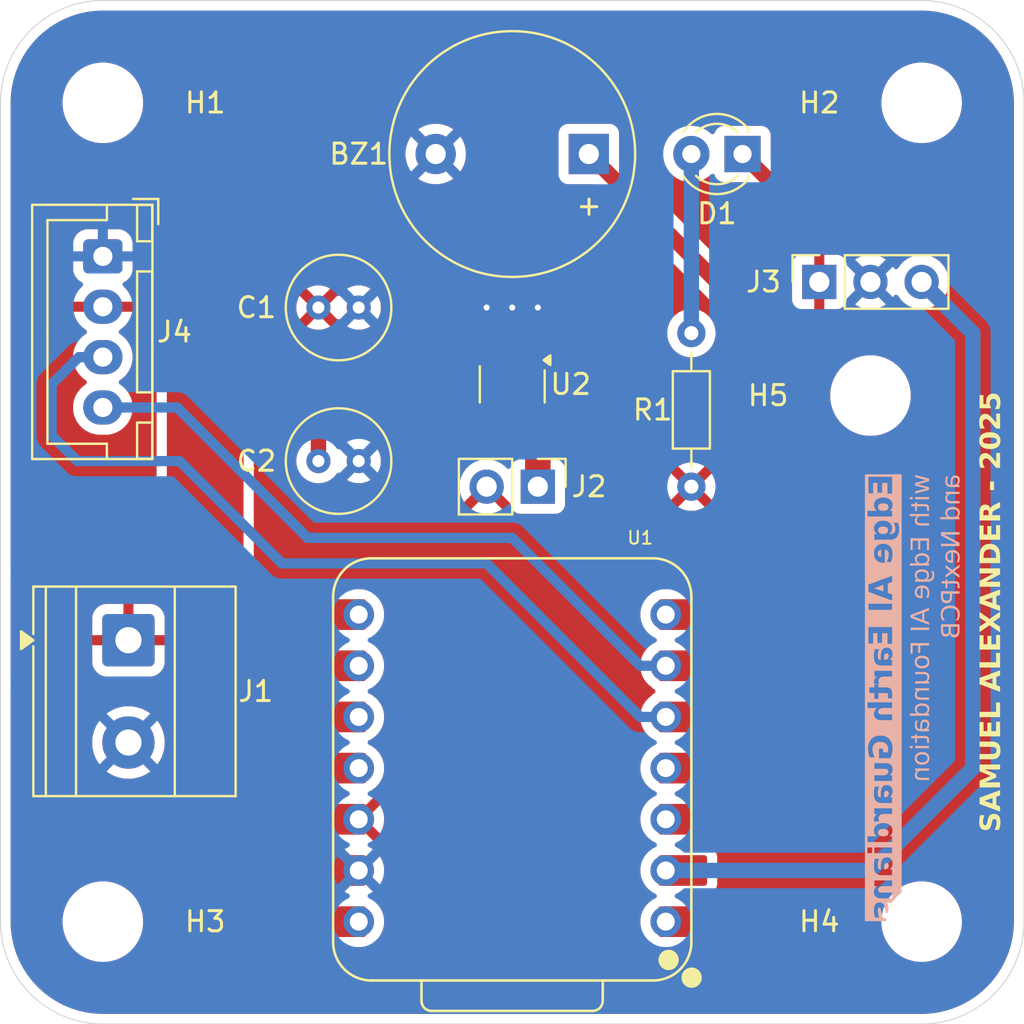
<source format=kicad_pcb>
(kicad_pcb
	(version 20241229)
	(generator "pcbnew")
	(generator_version "9.0")
	(general
		(thickness 1.6)
		(legacy_teardrops no)
	)
	(paper "A4")
	(layers
		(0 "F.Cu" signal)
		(2 "B.Cu" signal)
		(9 "F.Adhes" user "F.Adhesive")
		(11 "B.Adhes" user "B.Adhesive")
		(13 "F.Paste" user)
		(15 "B.Paste" user)
		(5 "F.SilkS" user "F.Silkscreen")
		(7 "B.SilkS" user "B.Silkscreen")
		(1 "F.Mask" user)
		(3 "B.Mask" user)
		(17 "Dwgs.User" user "User.Drawings")
		(19 "Cmts.User" user "User.Comments")
		(21 "Eco1.User" user "User.Eco1")
		(23 "Eco2.User" user "User.Eco2")
		(25 "Edge.Cuts" user)
		(27 "Margin" user)
		(31 "F.CrtYd" user "F.Courtyard")
		(29 "B.CrtYd" user "B.Courtyard")
		(35 "F.Fab" user)
		(33 "B.Fab" user)
		(39 "User.1" user)
		(41 "User.2" user)
		(43 "User.3" user)
		(45 "User.4" user)
	)
	(setup
		(stackup
			(layer "F.SilkS"
				(type "Top Silk Screen")
			)
			(layer "F.Paste"
				(type "Top Solder Paste")
			)
			(layer "F.Mask"
				(type "Top Solder Mask")
				(thickness 0.01)
			)
			(layer "F.Cu"
				(type "copper")
				(thickness 0.035)
			)
			(layer "dielectric 1"
				(type "core")
				(thickness 1.51)
				(material "FR4")
				(epsilon_r 4.5)
				(loss_tangent 0.02)
			)
			(layer "B.Cu"
				(type "copper")
				(thickness 0.035)
			)
			(layer "B.Mask"
				(type "Bottom Solder Mask")
				(thickness 0.01)
			)
			(layer "B.Paste"
				(type "Bottom Solder Paste")
			)
			(layer "B.SilkS"
				(type "Bottom Silk Screen")
			)
			(copper_finish "None")
			(dielectric_constraints no)
		)
		(pad_to_mask_clearance 0)
		(allow_soldermask_bridges_in_footprints no)
		(tenting front back)
		(pcbplotparams
			(layerselection 0x00000000_00000000_55555555_5755f5ff)
			(plot_on_all_layers_selection 0x00000000_00000000_00000000_00000000)
			(disableapertmacros no)
			(usegerberextensions no)
			(usegerberattributes yes)
			(usegerberadvancedattributes yes)
			(creategerberjobfile yes)
			(dashed_line_dash_ratio 12.000000)
			(dashed_line_gap_ratio 3.000000)
			(svgprecision 4)
			(plotframeref no)
			(mode 1)
			(useauxorigin no)
			(hpglpennumber 1)
			(hpglpenspeed 20)
			(hpglpendiameter 15.000000)
			(pdf_front_fp_property_popups yes)
			(pdf_back_fp_property_popups yes)
			(pdf_metadata yes)
			(pdf_single_document no)
			(dxfpolygonmode yes)
			(dxfimperialunits yes)
			(dxfusepcbnewfont yes)
			(psnegative no)
			(psa4output no)
			(plot_black_and_white yes)
			(sketchpadsonfab no)
			(plotpadnumbers no)
			(hidednponfab no)
			(sketchdnponfab yes)
			(crossoutdnponfab yes)
			(subtractmaskfromsilk no)
			(outputformat 1)
			(mirror no)
			(drillshape 0)
			(scaleselection 1)
			(outputdirectory "")
		)
	)
	(net 0 "")
	(net 1 "unconnected-(U1-VBUS-Pad14)")
	(net 2 "unconnected-(U1-GPIO8{slash}D9{slash}A9{slash}MISO-Pad10)")
	(net 3 "/VBAT_IN")
	(net 4 "/D3")
	(net 5 "unconnected-(U1-GPIO7{slash}D8{slash}A8{slash}SCK-Pad9)")
	(net 6 "GND")
	(net 7 "Net-(D1-A)")
	(net 8 "/3V3_REGOUT")
	(net 9 "/3V3")
	(net 10 "/D1")
	(net 11 "unconnected-(U1-GPIO1{slash}D0{slash}A0-Pad1)")
	(net 12 "unconnected-(U1-GPIO9{slash}D10{slash}A10{slash}MOSI-Pad11)")
	(net 13 "/I2C_SCL")
	(net 14 "/I2C_SDA")
	(net 15 "unconnected-(U1-U0RXD{slash}D7{slash}RX-Pad8)")
	(net 16 "unconnected-(U2-NC-Pad4)")
	(net 17 "/D2")
	(net 18 "unconnected-(U1-U0TXD{slash}D6{slash}TX-Pad7)")
	(footprint "MountingHole:MountingHole_3.5mm" (layer "F.Cu") (at 132.08 96.52))
	(footprint "MountingHole:MountingHole_3.5mm" (layer "F.Cu") (at 172.72 96.52))
	(footprint "LED_THT:LED_D3.0mm" (layer "F.Cu") (at 163.83 58.42 180))
	(footprint "Connector_PinHeader_2.54mm:PinHeader_1x02_P2.54mm_Vertical" (layer "F.Cu") (at 153.67 74.93 -90))
	(footprint "MountingHole:MountingHole_3.5mm" (layer "F.Cu") (at 170.18 70.4088))
	(footprint "Package_TO_SOT_SMD:SOT-23-5_HandSoldering" (layer "F.Cu") (at 152.4 69.85 -90))
	(footprint "Connector_JST:JST_XH_B4B-XH-A_1x04_P2.50mm_Vertical" (layer "F.Cu") (at 132.08 63.5 -90))
	(footprint "Connector_PinSocket_2.54mm:PinSocket_1x03_P2.54mm_Vertical" (layer "F.Cu") (at 167.64 64.77 90))
	(footprint "Buzzer_Beeper:Buzzer_12x9.5RM7.6" (layer "F.Cu") (at 156.2 58.42 180))
	(footprint "MountingHole:MountingHole_3.5mm" (layer "F.Cu") (at 132.08 55.88))
	(footprint "Seeed Studio XIAO Series Library:XIAO-ESP32S3-DIP" (layer "F.Cu") (at 152.4 88.9 180))
	(footprint "TerminalBlock_Phoenix:TerminalBlock_Phoenix_MKDS-1,5-2-5.08_1x02_P5.08mm_Horizontal" (layer "F.Cu") (at 133.35 82.55 -90))
	(footprint "Capacitor_THT:C_Radial_D5.0mm_H5.0mm_P2.00mm" (layer "F.Cu") (at 142.78 66.04))
	(footprint "Capacitor_THT:C_Radial_D5.0mm_H5.0mm_P2.00mm" (layer "F.Cu") (at 142.78 73.66))
	(footprint "Resistor_THT:R_Axial_DIN0204_L3.6mm_D1.6mm_P7.62mm_Horizontal" (layer "F.Cu") (at 161.29 74.93 90))
	(footprint "MountingHole:MountingHole_3.5mm" (layer "F.Cu") (at 172.72 55.88))
	(gr_line
		(start 172.72 101.6)
		(end 132.08 101.6)
		(stroke
			(width 0.05)
			(type default)
		)
		(layer "Edge.Cuts")
		(uuid "0690c8f0-217b-4fa3-966e-6a6c4fddfd53")
	)
	(gr_line
		(start 132.08 50.8)
		(end 172.72 50.8)
		(stroke
			(width 0.05)
			(type default)
		)
		(layer "Edge.Cuts")
		(uuid "0cfe5566-b6dc-46df-be97-42bd8a7dce60")
	)
	(gr_arc
		(start 127 55.88)
		(mid 128.487898 52.287898)
		(end 132.08 50.8)
		(stroke
			(width 0.05)
			(type default)
		)
		(layer "Edge.Cuts")
		(uuid "393a41f9-58b1-4763-9c9c-f23adf829821")
	)
	(gr_arc
		(start 177.8 96.52)
		(mid 176.312102 100.112102)
		(end 172.72 101.6)
		(stroke
			(width 0.05)
			(type default)
		)
		(layer "Edge.Cuts")
		(uuid "5e6c3b82-844a-4309-accf-cbac1d0318f6")
	)
	(gr_arc
		(start 132.08 101.6)
		(mid 128.487898 100.112102)
		(end 127 96.52)
		(stroke
			(width 0.05)
			(type default)
		)
		(layer "Edge.Cuts")
		(uuid "692b6ba1-f8d1-4781-bec5-59531aacfb79")
	)
	(gr_arc
		(start 172.72 50.8)
		(mid 176.312102 52.287898)
		(end 177.8 55.88)
		(stroke
			(width 0.05)
			(type default)
		)
		(layer "Edge.Cuts")
		(uuid "7782144e-c872-4b35-9510-ca3278b2dd6b")
	)
	(gr_line
		(start 127 96.52)
		(end 127 55.88)
		(stroke
			(width 0.05)
			(type default)
		)
		(layer "Edge.Cuts")
		(uuid "96f0c5ce-f881-4a46-b259-7a6e0646f744")
	)
	(gr_line
		(start 177.8 55.88)
		(end 177.8 96.52)
		(stroke
			(width 0.05)
			(type default)
		)
		(layer "Edge.Cuts")
		(uuid "fdd8cb54-12f6-4362-80da-8deb3d44e5bc")
	)
	(gr_text "SAMUEL ALEXANDER - 2025"
		(at 176.784 92.075 90)
		(layer "F.SilkS")
		(uuid "3f063ba9-8647-4fb7-aac2-255c7c60338b")
		(effects
			(font
				(face "Helvetica Neue")
				(size 1 1)
				(thickness 0.2)
				(bold yes)
			)
			(justify left bottom)
		)
		(render_cache "SAMUEL ALEXANDER - 2025" 90
			(polygon
				(pts
					(xy 176.28476 91.828742) (xy 176.28476 92.041416) (xy 176.345502 92.038046) (xy 176.398168 92.026633)
					(xy 176.444068 92.007833) (xy 176.486328 91.9816) (xy 176.522839 91.950228) (xy 176.554099 91.913433)
					(xy 176.591081 91.850164) (xy 176.617297 91.776352) (xy 176.632375 91.697734) (xy 176.637447 91.616128)
					(xy 176.631135 91.517447) (xy 176.613633 91.436366) (xy 176.584333 91.363504) (xy 176.547138 91.306245)
					(xy 176.500086 91.260037) (xy 176.445594 91.227233) (xy 176.38476 91.207364) (xy 176.318099 91.20061)
					(xy 176.263074 91.204969) (xy 176.217694 91.21715) (xy 176.180163 91.236331) (xy 176.131163 91.275828)
					(xy 176.094068 91.320961) (xy 176.065854 91.370815) (xy 176.047112 91.419574) (xy 176.026779 91.497243)
					(xy 175.987578 91.64904) (xy 175.971205 91.703659) (xy 175.956803 91.739959) (xy 175.939478 91.768933)
					(xy 175.923159 91.784045) (xy 175.903139 91.792189) (xy 175.875531 91.795219) (xy 175.845269 91.791501)
					(xy 175.822286 91.781236) (xy 175.803084 91.765378) (xy 175.787299 91.745577) (xy 175.775435 91.722824)
					(xy 175.767698 91.697339) (xy 175.76208 91.644155) (xy 175.763904 91.604421) (xy 175.769102 91.569295)
					(xy 175.778679 91.536513) (xy 175.792855 91.508417) (xy 175.812612 91.484647) (xy 175.839017 91.465797)
					(xy 175.870844 91.453366) (xy 175.913145 91.446868) (xy 175.913145 91.234193) (xy 175.85611 91.238149)
					(xy 175.807298 91.249342) (xy 175.765378 91.267105) (xy 175.726932 91.291683) (xy 175.693568 91.321194)
					(xy 175.664872 91.355949) (xy 175.631124 91.415287) (xy 175.60778 91.483932) (xy 175.594603 91.55706)
					(xy 175.590133 91.634324) (xy 175.594658 91.70115) (xy 175.608391 91.768597) (xy 175.63178 91.832732)
					(xy 175.664566 91.888948) (xy 175.707191 91.93698) (xy 175.759394 91.974982) (xy 175.798557 91.992874)
					(xy 175.842924 92.003964) (xy 175.893544 92.007833) (xy 175.958944 92.000986) (xy 176.010842 91.981943)
					(xy 176.055412 91.951888) (xy 176.091564 91.914105) (xy 176.120654 91.869769) (xy 176.144259 91.818972)
					(xy 176.178637 91.709856) (xy 176.206725 91.602145) (xy 176.220803 91.550581) (xy 176.236278 91.507013)
					(xy 176.255836 91.468121) (xy 176.27841 91.439174) (xy 176.307045 91.419957) (xy 176.344416 91.413285)
					(xy 176.379752 91.418421) (xy 176.406943 91.432885) (xy 176.428772 91.454782) (xy 176.445533 91.481856)
					(xy 176.457255 91.512121) (xy 176.464523 91.544809) (xy 176.469408 91.607702) (xy 176.466775 91.650582)
					(xy 176.458966 91.69166) (xy 176.445429 91.730123) (xy 176.426787 91.762308) (xy 176.401961 91.78921)
					(xy 176.370123 91.810546) (xy 176.332616 91.823904)
				)
			)
			(polygon
				(pts
					(xy 176.614 90.42636) (xy 176.39125 90.501892) (xy 176.39125 90.875401) (xy 176.614 90.953742)
					(xy 176.614 91.174781) (xy 175.613581 90.79706) (xy 175.613581 90.685136) (xy 175.860205 90.685136)
					(xy 175.860205 90.687944) (xy 176.227119 90.818065) (xy 176.227119 90.559228) (xy 175.860205 90.685136)
					(xy 175.613581 90.685136) (xy 175.613581 90.571807) (xy 176.614 90.198299)
				)
			)
			(polygon
				(pts
					(xy 175.613581 90.11147) (xy 176.614 90.11147) (xy 176.614 89.905818) (xy 175.912046 89.905818)
					(xy 175.912046 89.903009) (xy 176.614 89.658217) (xy 176.614 89.488895) (xy 175.905024 89.244103)
					(xy 175.905024 89.241294) (xy 176.614 89.241294) (xy 176.614 89.035642) (xy 175.613581 89.035642)
					(xy 175.613581 89.344792) (xy 176.301552 89.565832) (xy 176.301552 89.56864) (xy 175.613581 89.802259)
				)
			)
			(polygon
				(pts
					(xy 176.236339 87.994556) (xy 175.613581 87.994556) (xy 175.613581 88.214253) (xy 176.236339 88.214253)
					(xy 176.310085 88.220172) (xy 176.363369 88.235792) (xy 176.401203 88.25901) (xy 176.422298 88.282983)
					(xy 176.43866 88.316181) (xy 176.449653 88.361186) (xy 176.453776 88.42131) (xy 176.448505 88.4846)
					(xy 176.434847 88.528349) (xy 176.412615 88.56448) (xy 176.385755 88.590631) (xy 176.353574 88.609039)
					(xy 176.316329 88.620001) (xy 176.236339 88.626962) (xy 175.613581 88.626962) (xy 175.613581 88.846598)
					(xy 176.236339 88.846598) (xy 176.320025 88.841382) (xy 176.390195 88.826786) (xy 176.449003 88.80398)
					(xy 176.498244 88.773539) (xy 176.539261 88.735406) (xy 176.580266 88.67756) (xy 176.610849 88.607635)
					(xy 176.630427 88.523205) (xy 176.637447 88.421249) (xy 176.630455 88.320988) (xy 176.610861 88.237096)
					(xy 176.58008 88.166802) (xy 176.53859 88.107885) (xy 176.497151 88.068849) (xy 176.447703 88.037801)
					(xy 176.388964 88.014621) (xy 176.319205 87.99983)
				)
			)
			(polygon
				(pts
					(xy 175.617489 87.805818) (xy 176.614 87.805818) (xy 176.614 87.047566) (xy 176.430329 87.047566)
					(xy 176.430329 87.586182) (xy 176.184132 87.586182) (xy 176.184132 87.102093) (xy 176.012185 87.102093)
					(xy 176.012185 87.586182) (xy 175.801159 87.586182) (xy 175.801159 87.05874) (xy 175.617489 87.05874)
				)
			)
			(polygon
				(pts
					(xy 175.613581 86.899188) (xy 176.614 86.899188) (xy 176.614 86.192716) (xy 176.430329 86.192716)
					(xy 176.430329 86.679553) (xy 175.613581 86.679553)
				)
			)
			(polygon
				(pts
					(xy 176.614 85.037386) (xy 176.39125 85.112918) (xy 176.39125 85.486427) (xy 176.614 85.564767)
					(xy 176.614 85.785807) (xy 175.613581 85.408086) (xy 175.613581 85.296161) (xy 175.860205 85.296161)
					(xy 175.860205 85.29897) (xy 176.227119 85.429091) (xy 176.227119 85.170254) (xy 175.860205 85.296161)
					(xy 175.613581 85.296161) (xy 175.613581 85.182833) (xy 176.614 84.809324)
				)
			)
			(polygon
				(pts
					(xy 175.613581 84.722496) (xy 176.614 84.722496) (xy 176.614 84.016024) (xy 176.430329 84.016024)
					(xy 176.430329 84.502861) (xy 175.613581 84.502861)
				)
			)
			(polygon
				(pts
					(xy 175.617489 83.893047) (xy 176.614 83.893047) (xy 176.614 83.134795) (xy 176.430329 83.134795)
					(xy 176.430329 83.673412) (xy 176.184132 83.673412) (xy 176.184132 83.189323) (xy 176.012185 83.189323)
					(xy 176.012185 83.673412) (xy 175.801159 83.673412) (xy 175.801159 83.145969) (xy 175.617489 83.145969)
				)
			)
			(polygon
				(pts
					(xy 176.089976 82.741564) (xy 176.614 83.089977) (xy 176.614 82.843719) (xy 176.267907 82.621275)
					(xy 176.614 82.403044) (xy 176.614 82.141399) (xy 176.091381 82.48975) (xy 175.613581 82.169364)
					(xy 175.613581 82.410005) (xy 175.93305 82.612909) (xy 175.613581 82.808731) (xy 175.613581 83.063354)
				)
			)
			(polygon
				(pts
					(xy 176.614 81.409891) (xy 176.39125 81.485423) (xy 176.39125 81.858932) (xy 176.614 81.937273)
					(xy 176.614 82.158312) (xy 175.613581 81.780591) (xy 175.613581 81.668667) (xy 175.860205 81.668667)
					(xy 175.860205 81.671475) (xy 176.227119 81.801596) (xy 176.227119 81.542759) (xy 175.860205 81.668667)
					(xy 175.613581 81.668667) (xy 175.613581 81.555338) (xy 176.614 81.18183)
				)
			)
			(polygon
				(pts
					(xy 175.613581 81.095001) (xy 176.614 81.095001) (xy 176.614 80.889349) (xy 175.944225 80.889349)
					(xy 175.944225 80.88654) (xy 176.614 80.471022) (xy 176.614 80.251386) (xy 175.613581 80.251386)
					(xy 175.613581 80.457039) (xy 176.28476 80.457039) (xy 176.28476 80.459848) (xy 175.613581 80.87677)
				)
			)
			(polygon
				(pts
					(xy 176.21635 79.18148) (xy 176.311138 79.202241) (xy 176.370702 79.224493) (xy 176.423499 79.252714)
					(xy 176.470263 79.286871) (xy 176.511448 79.327423) (xy 176.546514 79.374316) (xy 176.575653 79.428227)
					(xy 176.596377 79.485862) (xy 176.609416 79.551829) (xy 176.614 79.627529) (xy 176.614 80.058435)
					(xy 175.617489 80.058435) (xy 175.617489 79.682117) (xy 175.801159 79.682117) (xy 175.801159 79.838799)
					(xy 176.430329 79.838799) (xy 176.430329 79.642916) (xy 176.426477 79.596025) (xy 176.414942 79.550593)
					(xy 176.394655 79.508542) (xy 176.363895 79.470847) (xy 176.323997 79.440076) (xy 176.27096 79.414916)
					(xy 176.210071 79.399583) (xy 176.131131 79.393911) (xy 176.057624 79.397771) (xy 175.994783 79.408627)
					(xy 175.937494 79.42841) (xy 175.890674 79.456864) (xy 175.852752 79.495384) (xy 175.82424 79.545708)
					(xy 175.807394 79.604757) (xy 175.801159 79.682117) (xy 175.617489 79.682117) (xy 175.617489 79.627529)
					(xy 175.621004 79.563737) (xy 175.631312 79.503993) (xy 175.648202 79.447766) (xy 175.672252 79.394474)
					(xy 175.702889 79.346645) (xy 175.740343 79.303724) (xy 175.783742 79.266775) (xy 175.834596 79.235045)
					(xy 175.893849 79.208592) (xy 175.956157 79.190125) (xy 176.027802 79.17841) (xy 176.110188 79.174275)
				)
			)
			(polygon
				(pts
					(xy 175.617489 79.021868) (xy 176.614 79.021868) (xy 176.614 78.263616) (xy 176.430329 78.263616)
					(xy 176.430329 78.802233) (xy 176.184132 78.802233) (xy 176.184132 78.318143) (xy 176.012185 78.318143)
					(xy 176.012185 78.802233) (xy 175.801159 78.802233) (xy 175.801159 78.27479) (xy 175.617489 78.27479)
				)
			)
			(polygon
				(pts
					(xy 176.614 77.474467) (xy 176.563719 77.488788) (xy 176.500549 77.496877) (xy 176.374458 77.509455)
					(xy 176.323459 77.520767) (xy 176.28621 77.536913) (xy 176.259664 77.557021) (xy 176.240701 77.58375)
					(xy 176.228025 77.622063) (xy 176.223211 77.675968) (xy 176.223211 77.895603) (xy 176.614 77.895603)
					(xy 176.614 78.115239) (xy 175.613581 78.115239) (xy 175.613581 77.654963) (xy 175.785528 77.654963)
					(xy 175.785528 77.895603) (xy 176.066896 77.895603) (xy 176.066896 77.654963) (xy 176.062575 77.605643)
					(xy 176.050974 77.568867) (xy 176.033312 77.541695) (xy 176.008291 77.521803) (xy 175.973067 77.508786)
					(xy 175.924136 77.503899) (xy 175.877107 77.508742) (xy 175.842963 77.521714) (xy 175.818439 77.541695)
					(xy 175.801157 77.568811) (xy 175.789773 77.605583) (xy 175.785528 77.654963) (xy 175.613581 77.654963)
					(xy 175.613581 77.576622) (xy 175.619213 77.511691) (xy 175.635318 77.4556) (xy 175.661353 77.405178)
					(xy 175.694914 77.363276) (xy 175.735785 77.329296) (xy 175.782597 77.304474) (xy 175.833848 77.289353)
					(xy 175.889819 77.284202) (xy 175.947747 77.288581) (xy 175.998303 77.301108) (xy 176.042715 77.321266)
					(xy 176.081222 77.350168) (xy 176.113882 77.389826) (xy 176.14084 77.442288) (xy 176.143649 77.442288)
					(xy 176.158197 77.404497) (xy 176.177965 77.375183) (xy 176.203109 77.351052) (xy 176.232553 77.331769)
					(xy 176.265255 77.317369) (xy 176.301796 77.307283) (xy 176.377389 77.296842) (xy 176.433443 77.294033)
					(xy 176.499205 77.289148) (xy 176.562892 77.277913) (xy 176.591285 77.268039) (xy 176.614 77.254832)
				)
			)
			(polygon
				(pts
					(xy 176.145053 76.738625) (xy 176.317 76.738625) (xy 176.317 76.317489) (xy 176.145053 76.317489)
				)
			)
			(polygon
				(pts
					(xy 176.010781 75.802564) (xy 176.010781 75.612299) (xy 175.931707 75.604605) (xy 175.893244 75.594163)
					(xy 175.858984 75.578715) (xy 175.829162 75.557453) (xy 175.805861 75.530478) (xy 175.790841 75.497881)
					(xy 175.785528 75.457021) (xy 175.790184 75.415732) (xy 175.8035 75.381008) (xy 175.8254 75.351386)
					(xy 175.854417 75.329044) (xy 175.890784 75.315109) (xy 175.936653 75.310109) (xy 175.979519 75.315322)
					(xy 176.016459 75.330443) (xy 176.049631 75.353124) (xy 176.079413 75.380818) (xy 176.130521 75.447252)
					(xy 176.17595 75.515762) (xy 176.261374 75.63538) (xy 176.30571 75.688863) (xy 176.353026 75.734054)
					(xy 176.405744 75.771479) (xy 176.465683 75.800488) (xy 176.532024 75.81848) (xy 176.614 75.824973)
					(xy 176.614 75.105861) (xy 176.442053 75.105861) (xy 176.442053 75.568946) (xy 176.394702 75.529646)
					(xy 176.353881 75.484987) (xy 176.283234 75.387107) (xy 176.216739 75.28709) (xy 176.180991 75.239742)
					(xy 176.141878 75.198246) (xy 176.097755 75.162994) (xy 176.047417 75.135293) (xy 175.99094 75.117805)
					(xy 175.920045 75.111479) (xy 175.851247 75.118501) (xy 175.791329 75.138773) (xy 175.738208 75.171003)
					(xy 175.694792 75.212229) (xy 175.660365 75.26167) (xy 175.634586 75.319269) (xy 175.618887 75.38134)
					(xy 175.613581 75.447252) (xy 175.617158 75.505367) (xy 175.627431 75.557049) (xy 175.643928 75.603201)
					(xy 175.667058 75.646298) (xy 175.695187 75.683661) (xy 175.728497 75.715858) (xy 175.786633 75.754739)
					(xy 175.854771 75.783025) (xy 175.928769 75.798953)
				)
			)
			(polygon
				(pts
					(xy 176.218462 74.331802) (xy 176.299715 74.341754) (xy 176.366276 74.356891) (xy 176.430711 74.379556)
					(xy 176.482699 74.405811) (xy 176.524118 74.435232) (xy 176.560249 74.470719) (xy 176.588068 74.508844)
					(xy 176.608321 74.549965) (xy 176.627141 74.616754) (xy 176.633539 74.689122) (xy 176.62717 74.760332)
					(xy 176.608321 74.826997) (xy 176.588047 74.868045) (xy 176.560226 74.905922) (xy 176.524118 74.940997)
					(xy 176.482759 74.969998) (xy 176.430775 74.996029) (xy 176.366276 75.018667) (xy 176.299718 75.03377)
					(xy 176.218465 75.043702) (xy 176.120079 75.047304) (xy 176.024528 75.043721) (xy 175.945061 75.033807)
					(xy 175.879439 75.018667) (xy 175.81589 74.996087) (xy 175.764333 74.970065) (xy 175.723002 74.940997)
					(xy 175.686899 74.90592) (xy 175.659099 74.868044) (xy 175.63886 74.826997) (xy 175.619964 74.760329)
					(xy 175.613581 74.689122) (xy 175.777712 74.689122) (xy 175.782511 74.727318) (xy 175.795908 74.757021)
					(xy 175.816783 74.781705) (xy 175.843535 74.801779) (xy 175.874364 74.817136) (xy 175.910031 74.829073)
					(xy 175.984952 74.843056) (xy 176.058469 74.847941) (xy 176.119347 74.848613) (xy 176.220891 74.845804)
					(xy 176.279599 74.839992) (xy 176.335685 74.82834) (xy 176.387681 74.808907) (xy 176.430207 74.781446)
					(xy 176.451589 74.757509) (xy 176.46472 74.727376) (xy 176.469408 74.689122) (xy 176.464698 74.649902)
					(xy 176.451542 74.619098) (xy 176.430207 74.594722) (xy 176.38763 74.566751) (xy 176.335685 74.547217)
					(xy 176.279597 74.535519) (xy 176.220891 74.529692) (xy 176.119347 74.526884) (xy 176.058469 74.527616)
					(xy 175.984952 74.533173) (xy 175.910031 74.547156) (xy 175.874433 74.558698) (xy 175.843535 74.57445)
					(xy 175.816807 74.595191) (xy 175.795908 74.620612) (xy 175.782488 74.650879) (xy 175.777712 74.689122)
					(xy 175.613581 74.689122) (xy 175.619994 74.616757) (xy 175.63886 74.549965) (xy 175.659078 74.508846)
					(xy 175.686876 74.470721) (xy 175.723002 74.435232) (xy 175.764392 74.405743) (xy 175.815953 74.379497)
					(xy 175.879439 74.356891) (xy 175.945064 74.341717) (xy 176.02453 74.331783) (xy 176.120079 74.328192)
				)
			)
			(polygon
				(pts
					(xy 176.010781 74.247226) (xy 176.010781 74.05696) (xy 175.931707 74.049267) (xy 175.893244 74.038824)
					(xy 175.858984 74.023377) (xy 175.829162 74.002115) (xy 175.805861 73.975139) (xy 175.790841 73.942543)
					(xy 175.785528 73.901683) (xy 175.790184 73.860393) (xy 175.8035 73.82567) (xy 175.8254 73.796048)
					(xy 175.854417 73.773705) (xy 175.890784 73.759771) (xy 175.936653 73.754771) (xy 175.979519 73.759984)
					(xy 176.016459 73.775104) (xy 176.049631 73.797786) (xy 176.079413 73.825479) (xy 176.130521 73.891913)
					(xy 176.17595 73.960423) (xy 176.261374 74.080041) (xy 176.30571 74.133524) (xy 176.353026 74.178715)
					(xy 176.405744 74.21614) (xy 176.465683 74.24515) (xy 176.532024 74.263142) (xy 176.614 74.269635)
					(xy 176.614 73.550523) (xy 176.442053 73.550523) (xy 176.442053 74.013607) (xy 176.394702 73.974308)
					(xy 176.353881 73.929649) (xy 176.283234 73.831769) (xy 176.216739 73.731751) (xy 176.180991 73.684404)
					(xy 176.141878 73.642908) (xy 176.097755 73.607656) (xy 176.047417 73.579954) (xy 175.99094 73.562466)
					(xy 175.920045 73.55614) (xy 175.851247 73.563163) (xy 175.791329 73.583435) (xy 175.738208 73.615665)
					(xy 175.694792 73.656891) (xy 175.660365 73.706332) (xy 175.634586 73.76393) (xy 175.618887 73.826002)
					(xy 175.613581 73.891913) (xy 175.617158 73.950028) (xy 175.627431 74.00171) (xy 175.643928 74.047862)
					(xy 175.667058 74.090959) (xy 175.695187 74.128323) (xy 175.728497 74.160519) (xy 175.786633 74.1994)
					(xy 175.854771 74.227686) (xy 175.928769 74.243615)
				)
			)
			(polygon
				(pts
					(xy 175.797251 72.821824) (xy 175.63312 72.821824) (xy 175.63312 73.368867) (xy 176.176561 73.465404)
					(xy 176.176561 73.286313) (xy 176.140392 73.254826) (xy 176.117087 73.22336) (xy 176.103294 73.186677)
					(xy 176.098159 73.136592) (xy 176.101816 73.097678) (xy 176.112142 73.065273) (xy 176.128878 73.036582)
					(xy 176.15122 73.01209) (xy 176.178248 72.992589) (xy 176.209839 72.978506) (xy 176.24407 72.97017)
					(xy 176.280974 72.967332) (xy 176.316786 72.970311) (xy 176.3515 72.979239) (xy 176.383856 72.9937)
					(xy 176.411522 73.012822) (xy 176.434738 73.036798) (xy 176.453349 73.066006) (xy 176.46529 73.098928)
					(xy 176.469408 73.136592) (xy 176.464731 73.179814) (xy 176.451381 73.216178) (xy 176.429535 73.247173)
					(xy 176.40052 73.271647) (xy 176.365329 73.288441) (xy 176.322496 73.297487) (xy 176.322496 73.496179)
					(xy 176.373056 73.491845) (xy 176.417875 73.481216) (xy 176.457806 73.464672) (xy 176.511593 73.429397)
					(xy 176.555748 73.384255) (xy 176.589999 73.330612) (xy 176.614427 73.26885) (xy 176.628702 73.202606)
					(xy 176.633539 73.132379) (xy 176.628048 73.059936) (xy 176.609054 72.992489) (xy 176.577635 72.93056)
					(xy 176.535659 72.877084) (xy 176.483975 72.832639) (xy 176.423063 72.798011) (xy 176.355895 72.776085)
					(xy 176.282501 72.76864) (xy 176.215395 72.773806) (xy 176.153174 72.788974) (xy 176.095788 72.814095)
					(xy 176.047539 72.847714) (xy 176.007543 72.890282) (xy 175.97622 72.942175) (xy 175.956568 73.001015)
					(xy 175.949659 73.07083) (xy 175.954188 73.12763) (xy 175.967 73.175793) (xy 175.989554 73.219754)
					(xy 176.024642 73.2625) (xy 176.021833 73.265308) (xy 175.797251 73.226168)
				)
			)
		)
	)
	(gr_text "with Edge AI Foundation \nand NextPCB"
		(at 174.752 74.295 90)
		(layer "B.SilkS")
		(uuid "62eac2a3-3fa0-4e5f-829a-ca4d32854623")
		(effects
			(font
				(face "Helvetica Neue")
				(size 0.9 0.9)
				(thickness 0.125)
			)
			(justify left bottom mirror)
		)
		(render_cache "with Edge AI Foundation \nand NextPCB" 90
			(polygon
				(pts
					(xy 173.087 75.020785) (xy 172.436337 75.228679) (xy 172.436337 75.11778) (xy 172.968682 74.971601)
					(xy 172.968682 74.969073) (xy 172.436337 74.833005) (xy 172.436337 74.715842) (xy 172.968682 74.584775)
					(xy 172.968682 74.582302) (xy 172.436337 74.434859) (xy 172.436337 74.316432) (xy 173.087 74.525589)
					(xy 173.087 74.641489) (xy 172.569766 74.772555) (xy 172.569766 74.775083) (xy 173.087 74.907359)
				)
			)
			(polygon
				(pts
					(xy 172.316755 75.443936) (xy 172.186623 75.443936) (xy 172.186623 75.33683) (xy 172.316755 75.33683)
				)
			)
			(polygon
				(pts
					(xy 172.435567 75.33683) (xy 173.087 75.33683) (xy 173.087 75.443936) (xy 172.435567 75.443936)
				)
			)
			(polygon
				(pts
					(xy 172.436337 75.758826) (xy 172.239379 75.758826) (xy 172.239379 75.65172) (xy 172.436337 75.65172)
					(xy 172.436337 75.540821) (xy 172.531298 75.540821) (xy 172.531298 75.65172) (xy 172.944942 75.65172)
					(xy 172.98791 75.654183) (xy 173.017867 75.660512) (xy 173.042924 75.672059) (xy 173.060621 75.687605)
					(xy 173.073012 75.707995) (xy 173.081339 75.735471) (xy 173.085462 75.766579) (xy 173.087 75.806692)
					(xy 173.087 75.888574) (xy 172.992038 75.888574) (xy 172.992038 75.839445) (xy 172.990169 75.798504)
					(xy 172.981981 75.773939) (xy 172.974556 75.766609) (xy 172.964451 75.761959) (xy 172.934281 75.758826)
					(xy 172.531298 75.758826) (xy 172.531298 75.888574) (xy 172.436337 75.888574)
				)
			)
			(polygon
				(pts
					(xy 172.186623 76.006672) (xy 173.087 76.006672) (xy 173.087 76.113778) (xy 172.718254 76.113778)
					(xy 172.675199 76.116865) (xy 172.636866 76.125758) (xy 172.601712 76.140862) (xy 172.5718 76.161644)
					(xy 172.547322 76.188369) (xy 172.52888 76.221489) (xy 172.517731 76.25948) (xy 172.513713 76.306559)
					(xy 172.517988 76.346295) (xy 172.529932 76.378051) (xy 172.549103 76.403609) (xy 172.574663 76.422772)
					(xy 172.606087 76.434655) (xy 172.645054 76.43889) (xy 173.087 76.43889) (xy 173.087 76.545997)
					(xy 172.657474 76.545997) (xy 172.605777 76.543202) (xy 172.560864 76.53528) (xy 172.519898 76.520425)
					(xy 172.485741 76.498076) (xy 172.45798 76.468042) (xy 172.436446 76.428778) (xy 172.423561 76.382888)
					(xy 172.418751 76.321727) (xy 172.425126 76.261826) (xy 172.433263 76.231602) (xy 172.444909 76.20264)
					(xy 172.460213 76.17566) (xy 172.479311 76.151587) (xy 172.502485 76.131562) (xy 172.530859 76.116306)
					(xy 172.530859 76.113778) (xy 172.186623 76.113778)
				)
			)
			(polygon
				(pts
					(xy 172.186623 77.074166) (xy 173.087 77.074166) (xy 173.087 77.699165) (xy 172.985004 77.699165)
					(xy 172.985004 77.193912) (xy 172.675499 77.193912) (xy 172.675499 77.661356) (xy 172.573503 77.661356)
					(xy 172.573503 77.193912) (xy 172.288618 77.193912) (xy 172.288618 77.695373) (xy 172.186623 77.695373)
				)
			)
			(polygon
				(pts
					(xy 172.826833 77.795417) (xy 172.890097 77.809514) (xy 172.948728 77.833253) (xy 172.998742 77.865567)
					(xy 173.040515 77.907218) (xy 173.073261 77.958825) (xy 173.088339 77.997131) (xy 173.097766 78.040708)
					(xy 173.101068 78.090497) (xy 173.09493 78.156464) (xy 173.077108 78.215244) (xy 173.057584 78.249941)
					(xy 173.031742 78.277371) (xy 172.998907 78.29839) (xy 172.998907 78.300918) (xy 173.087219 78.300918)
					(xy 173.087219 78.408025) (xy 172.186623 78.408025) (xy 172.186623 78.300918) (xy 172.520802 78.300918)
					(xy 172.520802 78.29839) (xy 172.494067 78.27858) (xy 172.472332 78.254921) (xy 172.454617 78.228189)
					(xy 172.440843 78.200076) (xy 172.423807 78.142154) (xy 172.419812 78.099344) (xy 172.513713 78.099344)
					(xy 172.519209 78.152041) (xy 172.534486 78.193811) (xy 172.558748 78.229464) (xy 172.589275 78.257449)
					(xy 172.625513 78.278493) (xy 172.668025 78.293334) (xy 172.713285 78.301841) (xy 172.760514 78.30471)
					(xy 172.805541 78.302032) (xy 172.84998 78.293994) (xy 172.892047 78.279809) (xy 172.928675 78.259317)
					(xy 172.959888 78.232058) (xy 172.984729 78.197603) (xy 173.000458 78.156987) (xy 173.006106 78.105609)
					(xy 173.000855 78.056276) (xy 172.985993 78.015539) (xy 172.962252 77.980459) (xy 172.931808 77.952561)
					(xy 172.895775 77.9313) (xy 172.854377 77.916016) (xy 172.810469 77.907035) (xy 172.76557 77.904036)
					(xy 172.718167 77.906568) (xy 172.672367 77.914092) (xy 172.629045 77.927545) (xy 172.591803 77.946845)
					(xy 172.560119 77.973191) (xy 172.535145 78.00735) (xy 172.519375 78.04797) (xy 172.513713 78.099344)
					(xy 172.419812 78.099344) (xy 172.418751 78.087969) (xy 172.421967 78.039005) (xy 172.431177 77.995823)
					(xy 172.445954 77.957561) (xy 172.478065 77.905936) (xy 172.519208 77.864303) (xy 172.568699 77.832161)
					(xy 172.627249 77.808854) (xy 172.690441 77.795254) (xy 172.758646 77.790609)
				)
			)
			(polygon
				(pts
					(xy 172.829783 78.541747) (xy 172.891086 78.555358) (xy 172.94788 78.578492) (xy 172.99605 78.610203)
					(xy 173.036179 78.650929) (xy 173.067491 78.700933) (xy 173.081878 78.737943) (xy 173.09088 78.780066)
					(xy 173.094034 78.828208) (xy 173.090868 78.86952) (xy 173.08145 78.909041) (xy 173.065677 78.94724)
					(xy 173.043341 78.981321) (xy 173.014035 79.009083) (xy 172.976815 79.031045) (xy 172.976815 79.033573)
					(xy 173.01968 79.033573) (xy 173.072634 79.030794) (xy 173.119423 79.022857) (xy 173.162401 79.008502)
					(xy 173.197293 78.988181) (xy 173.226064 78.961179) (xy 173.247962 78.927731) (xy 173.261461 78.888558)
					(xy 173.266371 78.838265) (xy 173.260656 78.782815) (xy 173.253191 78.754736) (xy 173.242411 78.729289)
					(xy 173.227842 78.706495) (xy 173.209658 78.687689) (xy 173.187586 78.674747) (xy 173.160529 78.669444)
					(xy 173.160529 78.562337) (xy 173.210328 78.570843) (xy 173.24983 78.590034) (xy 173.282692 78.61854)
					(xy 173.308577 78.653672) (xy 173.327666 78.693904) (xy 173.340835 78.739346) (xy 173.348333 78.786482)
					(xy 173.350782 78.831945) (xy 173.344932 78.910554) (xy 173.32888 78.972992) (xy 173.304151 79.022421)
					(xy 173.271207 79.06127) (xy 173.229782 79.091339) (xy 173.177659 79.114125) (xy 173.112469 79.128962)
					(xy 173.031275 79.13436) (xy 172.433919 79.13436) (xy 172.433919 79.033573) (xy 172.527341 79.033573)
					(xy 172.527341 79.032309) (xy 172.493802 79.010183) (xy 172.466883 78.983423) (xy 172.445899 78.951636)
					(xy 172.430902 78.916338) (xy 172.421836 78.878728) (xy 172.419136 78.84332) (xy 172.513713 78.84332)
					(xy 172.519033 78.8911) (xy 172.533881 78.928995) (xy 172.55741 78.961018) (xy 172.587462 78.986312)
					(xy 172.622616 79.005223) (xy 172.662475 79.018406) (xy 172.704385 79.025989) (xy 172.74694 79.028517)
					(xy 172.792185 79.025856) (xy 172.837725 79.017801) (xy 172.881168 79.003903) (xy 172.919003 78.984389)
					(xy 172.951416 78.958174) (xy 172.977035 78.924543) (xy 172.993276 78.884605) (xy 172.999072 78.834473)
					(xy 172.993219 78.784611) (xy 172.977035 78.74627) (xy 172.9515 78.71447) (xy 172.919003 78.689557)
					(xy 172.881381 78.671445) (xy 172.838989 78.659332) (xy 172.794758 78.652727) (xy 172.750732 78.650539)
					(xy 172.704729 78.653254) (xy 172.661211 78.661256) (xy 172.620437 78.675315) (xy 172.585593 78.695273)
					(xy 172.556203 78.721778) (xy 172.533277 78.755118) (xy 172.51888 78.794214) (xy 172.513713 78.84332)
					(xy 172.419136 78.84332) (xy 172.418751 78.838265) (xy 172.422652 78.782751) (xy 172.433643 78.735762)
					(xy 172.451009 78.695877) (xy 172.474867 78.659239) (xy 172.502223 78.628333) (xy 172.533222 78.602619)
					(xy 172.585764 78.572484) (xy 172.644505 78.552226) (xy 172.705642 78.540815) (xy 172.763976 78.537113)
				)
			)
			(polygon
				(pts
					(xy 172.831406 79.266816) (xy 172.896417 79.281913) (xy 172.955801 79.306693) (xy 173.005062 79.340495)
					(xy 173.045276 79.383869) (xy 173.075789 79.436885) (xy 173.08943 79.47592) (xy 173.098036 79.520771)
					(xy 173.101068 79.572404) (xy 173.097284 79.627609) (xy 173.086464 79.675999) (xy 173.069115 79.718625)
					(xy 173.045344 79.756337) (xy 173.015118 79.788748) (xy 172.978144 79.815287) (xy 172.933406 79.836103)
					(xy 172.879491 79.850859) (xy 172.879491 79.745016) (xy 172.919865 79.731868) (xy 172.951063 79.712733)
					(xy 172.974782 79.687698) (xy 172.991664 79.65726) (xy 173.00231 79.620589) (xy 173.006106 79.576195)
					(xy 173.001527 79.525497) (xy 172.988741 79.484201) (xy 172.968125 79.448184) (xy 172.942194 79.419904)
					(xy 172.910947 79.398241) (xy 172.875149 79.38336) (xy 172.836522 79.375226) (xy 172.79508 79.373303)
					(xy 172.79508 79.860915) (xy 172.734694 79.85958) (xy 172.669234 79.850199) (xy 172.605488 79.831527)
					(xy 172.54718 79.802279) (xy 172.512177 79.776762) (xy 172.481549 79.746253) (xy 172.455021 79.71034)
					(xy 172.435509 79.670586) (xy 172.423154 79.62307) (xy 172.418751 79.566084) (xy 172.419375 79.559819)
					(xy 172.513713 79.559819) (xy 172.51747 79.59883) (xy 172.528386 79.633513) (xy 172.545716 79.664863)
					(xy 172.567953 79.69149) (xy 172.595008 79.713367) (xy 172.627359 79.730508) (xy 172.662661 79.741994)
					(xy 172.700119 79.747544) (xy 172.700119 79.373303) (xy 172.662725 79.37871) (xy 172.628018 79.389679)
					(xy 172.596086 79.406155) (xy 172.568612 79.427488) (xy 172.545875 79.45366) (xy 172.528386 79.484806)
					(xy 172.517501 79.519658) (xy 172.513713 79.559819) (xy 172.419375 79.559819) (xy 172.4252 79.501326)
					(xy 172.44403 79.443205) (xy 172.474382 79.390892) (xy 172.514812 79.346155) (xy 172.563887 79.310068)
					(xy 172.622193 79.282518) (xy 172.686204 79.265711) (xy 172.758646 79.259877)
				)
			)
			(polygon
				(pts
					(xy 173.087 80.355287) (xy 172.816183 80.456129) (xy 172.816183 80.836635) (xy 173.087 80.934894)
					(xy 173.087 81.067225) (xy 172.186623 80.71568) (xy 172.186623 80.646382) (xy 172.295048 80.646382)
					(xy 172.295048 80.64891) (xy 172.714187 80.798826) (xy 172.714187 80.493938) (xy 172.295048 80.646382)
					(xy 172.186623 80.646382) (xy 172.186623 80.583349) (xy 173.087 80.233068)
				)
			)
			(polygon
				(pts
					(xy 172.186623 81.159933) (xy 173.087 81.159933) (xy 173.087 81.279624) (xy 172.186623 81.279624)
				)
			)
			(polygon
				(pts
					(xy 172.186623 81.831039) (xy 173.087 81.831039) (xy 173.087 81.950785) (xy 172.675499 81.950785)
					(xy 172.675499 82.364044) (xy 172.573503 82.364044) (xy 172.573503 81.950785) (xy 172.288618 81.950785)
					(xy 172.288618 82.422021) (xy 172.186623 82.422021)
				)
			)
			(polygon
				(pts
					(xy 172.831519 82.506049) (xy 172.895153 82.52105) (xy 172.95349 82.546472) (xy 173.003139 82.5815)
					(xy 173.043969 82.626225) (xy 173.075184 82.681023) (xy 173.089248 82.721293) (xy 173.098014 82.766409)
					(xy 173.101068 82.817145) (xy 173.097987 82.868741) (xy 173.089196 82.914021) (xy 173.075184 82.953872)
					(xy 173.044004 83.008153) (xy 173.003139 83.052736) (xy 172.953487 83.087807) (xy 172.895153 83.113241)
					(xy 172.831519 83.128242) (xy 172.761173 83.133409) (xy 172.690748 83.128253) (xy 172.62659 83.113241)
					(xy 172.567695 83.087771) (xy 172.517944 83.052736) (xy 172.476946 83.008176) (xy 172.445294 82.953872)
					(xy 172.430916 82.913985) (xy 172.421907 82.868709) (xy 172.418754 82.8172) (xy 172.513713 82.8172)
					(xy 172.51783 82.857757) (xy 172.530089 82.895895) (xy 172.550153 82.9306) (xy 172.577955 82.960797)
					(xy 172.612358 82.985146) (xy 172.655386 83.004266) (xy 172.703322 83.015894) (xy 172.760514 83.020038)
					(xy 172.817713 83.015896) (xy 172.865697 83.004266) (xy 172.908622 82.985115) (xy 172.942524 82.960797)
					(xy 172.969796 82.930646) (xy 172.98973 82.895895) (xy 173.001989 82.857757) (xy 173.006106 82.8172)
					(xy 173.001989 82.776588) (xy 172.98973 82.738395) (xy 172.969802 82.70368) (xy 172.942524 82.673494)
					(xy 172.908629 82.649207) (xy 172.865697 82.630025) (xy 172.817716 82.618436) (xy 172.760514 82.614308)
					(xy 172.703319 82.618437) (xy 172.655386 82.630025) (xy 172.612351 82.649176) (xy 172.577955 82.673494)
					(xy 172.550147 82.703727) (xy 172.530089 82.738395) (xy 172.51783 82.776588) (xy 172.513713 82.8172)
					(xy 172.418754 82.8172) (xy 172.418751 82.817145) (xy 172.421879 82.76644) (xy 172.430863 82.721328)
					(xy 172.445294 82.681023) (xy 172.476982 82.626202) (xy 172.517944 82.5815) (xy 172.567691 82.546508)
					(xy 172.62659 82.52105) (xy 172.690748 82.506038) (xy 172.761173 82.500881)
				)
			)
			(polygon
				(pts
					(xy 173.087219 83.798251) (xy 172.436337 83.798251) (xy 172.436337 83.691144) (xy 172.802774 83.691144)
					(xy 172.845615 83.688058) (xy 172.883777 83.679164) (xy 172.918665 83.664055) (xy 172.948404 83.643224)
					(xy 172.972688 83.616549) (xy 172.991049 83.583378) (xy 173.002115 83.545442) (xy 173.006106 83.498363)
					(xy 173.00186 83.458606) (xy 172.990002 83.42685) (xy 172.97099 83.401313) (xy 172.94554 83.382139)
					(xy 172.914293 83.370262) (xy 172.875589 83.366032) (xy 172.436337 83.366032) (xy 172.436337 83.258926)
					(xy 172.864378 83.258926) (xy 172.915916 83.26172) (xy 172.960714 83.269642) (xy 173.001533 83.284479)
					(xy 173.035617 83.306791) (xy 173.063108 83.336871) (xy 173.084087 83.376089) (xy 173.096446 83.421982)
					(xy 173.101068 83.483196) (xy 173.097717 83.530388) (xy 173.088138 83.571656) (xy 173.072766 83.607943)
					(xy 173.050844 83.640465) (xy 173.021589 83.669373) (xy 172.98396 83.694881) (xy 172.98396 83.697409)
					(xy 173.087219 83.697409)
				)
			)
			(polygon
				(pts
					(xy 172.433919 83.958828) (xy 173.087 83.958828) (xy 173.087 84.065935) (xy 172.718254 84.065935)
					(xy 172.675199 84.069021) (xy 172.636866 84.077915) (xy 172.601712 84.093019) (xy 172.5718 84.1138)
					(xy 172.547322 84.140525) (xy 172.52888 84.173646) (xy 172.517731 84.211636) (xy 172.513713 84.258715)
					(xy 172.517988 84.298451) (xy 172.529932 84.330207) (xy 172.549103 84.355765) (xy 172.574663 84.374928)
					(xy 172.606087 84.386811) (xy 172.645054 84.391046) (xy 173.087 84.391046) (xy 173.087 84.498153)
					(xy 172.657474 84.498153) (xy 172.605777 84.495358) (xy 172.560864 84.487437) (xy 172.519898 84.472581)
					(xy 172.485741 84.450232) (xy 172.45798 84.420198) (xy 172.436446 84.380935) (xy 172.423562 84.335038)
					(xy 172.418751 84.273828) (xy 172.423858 84.217086) (xy 172.43837 84.168935) (xy 172.461748 84.127727)
					(xy 172.494372 84.09231) (xy 172.537508 84.062143) (xy 172.537508 84.05967) (xy 172.433919 84.05967)
				)
			)
			(polygon
				(pts
					(xy 172.826833 84.628257) (xy 172.890097 84.642354) (xy 172.948728 84.666094) (xy 172.998742 84.698408)
					(xy 173.040515 84.740059) (xy 173.073261 84.791666) (xy 173.088339 84.829972) (xy 173.097766 84.873548)
					(xy 173.101068 84.923337) (xy 173.09493 84.989305) (xy 173.077108 85.048084) (xy 173.057584 85.082782)
					(xy 173.031742 85.110211) (xy 172.998907 85.13123) (xy 172.998907 85.133758) (xy 173.087219 85.133758)
					(xy 173.087219 85.240865) (xy 172.186623 85.240865) (xy 172.186623 85.133758) (xy 172.520802 85.133758)
					(xy 172.520802 85.13123) (xy 172.494067 85.11142) (xy 172.472332 85.087761) (xy 172.454617 85.061029)
					(xy 172.440843 85.032916) (xy 172.423807 84.974994) (xy 172.419812 84.932185) (xy 172.513713 84.932185)
					(xy 172.519209 84.984881) (xy 172.534486 85.026652) (xy 172.558748 85.062304) (xy 172.589275 85.090289)
					(xy 172.625513 85.111334) (xy 172.668025 85.126174) (xy 172.713285 85.134681) (xy 172.760514 85.13755)
					(xy 172.805541 85.134872) (xy 172.84998 85.126834) (xy 172.892047 85.112649) (xy 172.928675 85.092158)
					(xy 172.959888 85.064899) (xy 172.984729 85.030443) (xy 173.000458 84.989827) (xy 173.006106 84.938449)
					(xy 173.000855 84.889116) (xy 172.985993 84.848379) (xy 172.962252 84.813299) (xy 172.931808 84.785401)
					(xy 172.895775 84.76414) (xy 172.854377 84.748856) (xy 172.810469 84.739875) (xy 172.76557 84.736876)
					(xy 172.718167 84.739408) (xy 172.672367 84.746933) (xy 172.629045 84.760385) (xy 172.591803 84.779685)
					(xy 172.560119 84.806031) (xy 172.535145 84.840191) (xy 172.519375 84.88081) (xy 172.513713 84.932185)
					(xy 172.419812 84.932185) (xy 172.418751 84.920809) (xy 172.421967 84.871845) (xy 172.431177 84.828663)
					(xy 172.445954 84.790402) (xy 172.478065 84.738776) (xy 172.519208 84.697144) (xy 172.568699 84.665002)
					(xy 172.627249 84.641694) (xy 172.690441 84.628094) (xy 172.758646 84.623449)
				)
			)
			(polygon
				(pts
					(xy 172.966119 85.374466) (xy 173.003194 85.386934) (xy 173.034856 85.40715) (xy 173.059412 85.432931)
					(xy 173.077767 85.464076) (xy 173.090956 85.501625) (xy 173.098494 85.542033) (xy 173.101068 85.58543)
					(xy 173.09512 85.651686) (xy 173.077712 85.712046) (xy 173.05909 85.749048) (xy 173.03382 85.783178)
					(xy 173.00127 85.814756) (xy 173.035785 85.817976) (xy 173.06042 85.826488) (xy 173.077712 85.839321)
					(xy 173.094914 85.867268) (xy 173.101068 85.905486) (xy 173.09649 85.951379) (xy 173.084636 85.982313)
					(xy 173.00127 85.982313) (xy 173.006106 85.94956) (xy 173.001251 85.928826) (xy 172.988466 85.919939)
					(xy 172.933017 85.915543) (xy 172.597738 85.915543) (xy 172.544501 85.909735) (xy 172.505744 85.894111)
					(xy 172.474282 85.86913) (xy 172.4509 85.837397) (xy 172.434797 85.800524) (xy 172.425071 85.758702)
					(xy 172.418751 85.671105) (xy 172.421671 85.616699) (xy 172.430127 85.567131) (xy 172.445264 85.520887)
					(xy 172.467276 85.480852) (xy 172.496906 85.446948) (xy 172.534705 85.420347) (xy 172.579436 85.403133)
					(xy 172.636811 85.395177) (xy 172.636811 85.502284) (xy 172.591643 85.510249) (xy 172.560422 85.52683)
					(xy 172.539486 85.551413) (xy 172.525663 85.582658) (xy 172.516857 85.620025) (xy 172.513713 85.664785)
					(xy 172.517505 85.715838) (xy 172.523283 85.74068) (xy 172.532672 85.762439) (xy 172.546453 85.78123)
					(xy 172.565535 85.796456) (xy 172.589208 85.80609) (xy 172.622358 85.8097) (xy 172.62973 85.808436)
					(xy 172.749798 85.808436) (xy 172.859103 85.808436) (xy 172.881857 85.805748) (xy 172.907518 85.797061)
					(xy 172.931869 85.782899) (xy 172.955218 85.76178) (xy 172.974806 85.735261) (xy 172.991653 85.700066)
					(xy 173.002237 85.660094) (xy 173.006106 85.609391) (xy 173.001105 85.56147) (xy 172.994368 85.539918)
					(xy 172.984784 85.521793) (xy 172.971807 85.506435) (xy 172.955273 85.494096) (xy 172.935611 85.486212)
					(xy 172.910595 85.48338) (xy 172.873396 85.488312) (xy 172.847177 85.501625) (xy 172.826753 85.522402)
					(xy 172.811402 85.548886) (xy 172.800732 85.579088) (xy 172.793157 85.614392) (xy 172.7831 85.686822)
					(xy 172.77178 85.755515) (xy 172.762415 85.786091) (xy 172.749798 85.808436) (xy 172.62973 85.808436)
					(xy 172.649768 85.805) (xy 172.668465 85.79206) (xy 172.681916 85.772126) (xy 172.69248 85.744139)
					(xy 172.70512 85.674237) (xy 172.718364 85.590431) (xy 172.737268 85.509153) (xy 172.751506 85.471319)
					(xy 172.77079 85.438592) (xy 172.796009 85.410915) (xy 172.828273 85.388858) (xy 172.866747 85.375089)
					(xy 172.919168 85.369953)
				)
			)
			(polygon
				(pts
					(xy 172.436337 86.230103) (xy 172.239379 86.230103) (xy 172.239379 86.122997) (xy 172.436337 86.122997)
					(xy 172.436337 86.012098) (xy 172.531298 86.012098) (xy 172.531298 86.122997) (xy 172.944942 86.122997)
					(xy 172.98791 86.12546) (xy 173.017867 86.131789) (xy 173.042924 86.143336) (xy 173.060621 86.158882)
					(xy 173.073012 86.179272) (xy 173.081339 86.206748) (xy 173.085462 86.237857) (xy 173.087 86.277969)
					(xy 173.087 86.359851) (xy 172.992038 86.359851) (xy 172.992038 86.310722) (xy 172.990169 86.269781)
					(xy 172.981981 86.245216) (xy 172.974556 86.237886) (xy 172.964451 86.233236) (xy 172.934281 86.230103)
					(xy 172.531298 86.230103) (xy 172.531298 86.359851) (xy 172.436337 86.359851)
				)
			)
			(polygon
				(pts
					(xy 172.316755 86.591375) (xy 172.186623 86.591375) (xy 172.186623 86.484269) (xy 172.316755 86.484269)
				)
			)
			(polygon
				(pts
					(xy 172.435567 86.484269) (xy 173.087 86.484269) (xy 173.087 86.591375) (xy 172.435567 86.591375)
				)
			)
			(polygon
				(pts
					(xy 172.831519 86.727445) (xy 172.895153 86.742445) (xy 172.95349 86.767867) (xy 173.003139 86.802896)
					(xy 173.043969 86.84762) (xy 173.075184 86.902418) (xy 173.089248 86.942689) (xy 173.098014 86.987805)
					(xy 173.101068 87.038541) (xy 173.097987 87.090137) (xy 173.089196 87.135417) (xy 173.075184 87.175268)
					(xy 173.044004 87.229548) (xy 173.003139 87.274132) (xy 172.953487 87.309203) (xy 172.895153 87.334637)
					(xy 172.831519 87.349637) (xy 172.761173 87.354805) (xy 172.690748 87.349649) (xy 172.62659 87.334637)
					(xy 172.567695 87.309167) (xy 172.517944 87.274132) (xy 172.476946 87.229571) (xy 172.445294 87.175268)
					(xy 172.430916 87.135381) (xy 172.421907 87.090104) (xy 172.418754 87.038596) (xy 172.513713 87.038596)
					(xy 172.51783 87.079153) (xy 172.530089 87.117291) (xy 172.550153 87.151995) (xy 172.577955 87.182192)
					(xy 172.612358 87.206541) (xy 172.655386 87.225662) (xy 172.703322 87.23729) (xy 172.760514 87.241434)
					(xy 172.817713 87.237291) (xy 172.865697 87.225662) (xy 172.908622 87.206511) (xy 172.942524 87.182192)
					(xy 172.969796 87.152042) (xy 172.98973 87.117291) (xy 173.001989 87.079153) (xy 173.006106 87.038596)
					(xy 173.001989 86.997984) (xy 172.98973 86.959791) (xy 172.969802 86.925076) (xy 172.942524 86.89489)
					(xy 172.908629 86.870602) (xy 172.865697 86.85142) (xy 172.817716 86.839832) (xy 172.760514 86.835703)
					(xy 172.703319 86.839833) (xy 172.655386 86.85142) (xy 172.612351 86.870572) (xy 172.577955 86.89489)
					(xy 172.550147 86.925123) (xy 172.530089 86.959791) (xy 172.51783 86.997984) (xy 172.513713 87.038596)
					(xy 172.418754 87.038596) (xy 172.418751 87.038541) (xy 172.421879 86.987836) (xy 172.430863 86.942723)
					(xy 172.445294 86.902418) (xy 172.476982 86.847598) (xy 172.517944 86.802896) (xy 172.567691 86.767903)
					(xy 172.62659 86.742445) (xy 172.690748 86.727433) (xy 172.761173 86.722277)
				)
			)
			(polygon
				(pts
					(xy 172.433919 87.480321) (xy 173.087 87.480321) (xy 173.087 87.587428) (xy 172.718254 87.587428)
					(xy 172.675199 87.590514) (xy 172.636866 87.599408) (xy 172.601712 87.614512) (xy 172.5718 87.635293)
					(xy 172.547322 87.662019) (xy 172.52888 87.695139) (xy 172.517731 87.733129) (xy 172.513713 87.780209)
					(xy 172.517988 87.819945) (xy 172.529932 87.851701) (xy 172.549103 87.877259) (xy 172.574663 87.896421)
					(xy 172.606087 87.908305) (xy 172.645054 87.91254) (xy 173.087 87.91254) (xy 173.087 88.019646)
					(xy 172.657474 88.019646) (xy 172.605777 88.016852) (xy 172.560864 88.00893) (xy 172.519898 87.994075)
					(xy 172.485741 87.971726) (xy 172.45798 87.941692) (xy 172.436446 87.902428) (xy 172.423562 87.856531)
					(xy 172.418751 87.795321) (xy 172.423858 87.738579) (xy 172.43837 87.690429) (xy 172.461748 87.64922)
					(xy 172.494372 87.613803) (xy 172.537508 87.583636) (xy 172.537508 87.581163) (xy 172.433919 87.581163)
				)
			)
			(polygon
				(pts
					(xy 174.478119 74.344849) (xy 174.515194 74.357318) (xy 174.546856 74.377534) (xy 174.571412 74.403315)
					(xy 174.589767 74.43446) (xy 174.602956 74.472008) (xy 174.610494 74.512417) (xy 174.613068 74.555814)
					(xy 174.60712 74.62207) (xy 174.589712 74.68243) (xy 174.57109 74.719431) (xy 174.54582 74.753561)
					(xy 174.51327 74.78514) (xy 174.547785 74.788359) (xy 174.57242 74.796871) (xy 174.589712 74.809705)
					(xy 174.606914 74.837652) (xy 174.613068 74.87587) (xy 174.60849 74.921762) (xy 174.596636 74.952697)
					(xy 174.51327 74.952697) (xy 174.518106 74.919944) (xy 174.513251 74.89921) (xy 174.500466 74.890323)
					(xy 174.445017 74.885927) (xy 174.109738 74.885927) (xy 174.056501 74.880119) (xy 174.017744 74.864494)
					(xy 173.986282 74.839513) (xy 173.9629 74.807781) (xy 173.946797 74.770908) (xy 173.937071 74.729086)
					(xy 173.930751 74.641489) (xy 173.933671 74.587083) (xy 173.942127 74.537514) (xy 173.957264 74.49127)
					(xy 173.979276 74.451236) (xy 174.008906 74.417332) (xy 174.046705 74.39073) (xy 174.091436 74.373517)
					(xy 174.148811 74.365561) (xy 174.148811 74.472668) (xy 174.103643 74.480633) (xy 174.072422 74.497213)
					(xy 174.051486 74.521797) (xy 174.037663 74.553041) (xy 174.028857 74.590409) (xy 174.025713 74.635169)
					(xy 174.029505 74.686222) (xy 174.035283 74.711064) (xy 174.044672 74.732823) (xy 174.058453 74.751614)
					(xy 174.077535 74.76684) (xy 174.101208 74.776474) (xy 174.134358 74.780084) (xy 174.14173 74.77882)
					(xy 174.261798 74.77882) (xy 174.371103 74.77882) (xy 174.393857 74.776132) (xy 174.419518 74.767445)
					(xy 174.443869 74.753283) (xy 174.467218 74.732164) (xy 174.486806 74.705645) (xy 174.503653 74.67045)
					(xy 174.514237 74.630478) (xy 174.518106 74.579774) (xy 174.513105 74.531854) (xy 174.506368 74.510302)
					(xy 174.496784 74.492177) (xy 174.483807 74.476819) (xy 174.467273 74.46448) (xy 174.447611 74.456596)
					(xy 174.422595 74.453763) (xy 174.385396 74.458696) (xy 174.359177 74.472008) (xy 174.338753 74.492786)
					(xy 174.323402 74.519269) (xy 174.312732 74.549472) (xy 174.305157 74.584775) (xy 174.2951 74.657206)
					(xy 174.28378 74.725899) (xy 174.274415 74.756475) (xy 174.261798 74.77882) (xy 174.14173 74.77882)
					(xy 174.161768 74.775384) (xy 174.180465 74.762444) (xy 174.193916 74.74251) (xy 174.20448 74.714523)
					(xy 174.21712 74.644621) (xy 174.230364 74.560815) (xy 174.249268 74.479537) (xy 174.263506 74.441703)
					(xy 174.28279 74.408975) (xy 174.308009 74.381299) (xy 174.340273 74.359241) (xy 174.378747 74.345472)
					(xy 174.431168 74.340337)
				)
			)
			(polygon
				(pts
					(xy 173.945919 75.05178) (xy 174.599 75.05178) (xy 174.599 75.158886) (xy 174.230254 75.158886)
					(xy 174.187199 75.161973) (xy 174.148866 75.170867) (xy 174.113712 75.185971) (xy 174.0838 75.206752)
					(xy 174.059322 75.233477) (xy 174.04088 75.266598) (xy 174.029731 75.304588) (xy 174.025713 75.351667)
					(xy 174.029988 75.391403) (xy 174.041932 75.423159) (xy 174.061103 75.448717) (xy 174.086663 75.46788)
					(xy 174.118087 75.479763) (xy 174.157054 75.483998) (xy 174.599 75.483998) (xy 174.599 75.591105)
					(xy 174.169474 75.591105) (xy 174.117777 75.58831) (xy 174.072864 75.580389) (xy 174.031898 75.565533)
					(xy 173.997741 75.543184) (xy 173.96998 75.51315) (xy 173.948446 75.473886) (xy 173.935562 75.42799)
					(xy 173.930751 75.36678) (xy 173.935858 75.310038) (xy 173.95037 75.261887) (xy 173.973748 75.220679)
					(xy 174.006372 75.185262) (xy 174.049508 75.155095) (xy 174.049508 75.152622) (xy 173.945919 75.152622)
				)
			)
			(polygon
				(pts
					(xy 174.338833 75.721209) (xy 174.402097 75.735306) (xy 174.460728 75.759045) (xy 174.510742 75.791359)
					(xy 174.552515 75.833011) (xy 174.585261 75.884617) (xy 174.600339 75.922923) (xy 174.609766 75.9665)
					(xy 174.613068 76.016289) (xy 174.60693 76.082256) (xy 174.589108 76.141036) (xy 174.569584 76.175733)
					(xy 174.543742 76.203163) (xy 174.510907 76.224182) (xy 174.510907 76.22671) (xy 174.599219 76.22671)
					(xy 174.599219 76.333817) (xy 173.698623 76.333817) (xy 173.698623 76.22671) (xy 174.032802 76.22671)
					(xy 174.032802 76.224182) (xy 174.006067 76.204372) (xy 173.984332 76.180713) (xy 173.966617 76.153981)
					(xy 173.952843 76.125868) (xy 173.935807 76.067946) (xy 173.931812 76.025136) (xy 174.025713 76.025136)
					(xy 174.031209 76.077833) (xy 174.046486 76.119603) (xy 174.070748 76.155256) (xy 174.101275 76.183241)
					(xy 174.137513 76.204285) (xy 174.180025 76.219126) (xy 174.225285 76.227633) (xy 174.272514 76.230502)
					(xy 174.317541 76.227824) (xy 174.36198 76.219786) (xy 174.404047 76.205601) (xy 174.440675 76.185109)
					(xy 174.471888 76.15785) (xy 174.496729 76.123395) (xy 174.512458 76.082779) (xy 174.518106 76.031401)
					(xy 174.512855 75.982068) (xy 174.497993 75.941331) (xy 174.474252 75.906251) (xy 174.443808 75.878353)
					(xy 174.407775 75.857092) (xy 174.366377 75.841808) (xy 174.322469 75.832827) (xy 174.27757 75.829828)
					(xy 174.230167 75.83236) (xy 174.184367 75.839884) (xy 174.141045 75.853337) (xy 174.103803 75.872637)
					(xy 174.072119 75.898983) (xy 174.047145 75.933142) (xy 174.031375 75.973762) (xy 174.025713 76.025136)
					(xy 173.931812 76.025136) (xy 173.930751 76.013761) (xy 173.933967 75.964797) (xy 173.943177 75.921615)
					(xy 173.957954 75.883353) (xy 173.990065 75.831728) (xy 174.031208 75.790095) (xy 174.080699 75.757953)
					(xy 174.139249 75.734646) (xy 174.202441 75.721046) (xy 174.270646 75.716401)
				)
			)
			(polygon
				(pts
					(xy 173.698623 76.864514) (xy 174.599 76.864514) (xy 174.599 76.97794) (xy 173.876401 76.97794)
					(xy 173.876401 76.980468) (xy 174.599 77.45044) (xy 174.599 77.581452) (xy 173.698623 77.581452)
					(xy 173.698623 77.46808) (xy 174.42875 77.46808) (xy 174.42875 77.465553) (xy 173.698623 76.991789)
				)
			)
			(polygon
				(pts
					(xy 174.343406 77.728965) (xy 174.408417 77.744063) (xy 174.467801 77.768843) (xy 174.517062 77.802644)
					(xy 174.557276 77.846018) (xy 174.587789 77.899035) (xy 174.60143 77.93807) (xy 174.610036 77.98292)
					(xy 174.613068 78.034553) (xy 174.609284 78.089758) (xy 174.598464 78.138149) (xy 174.581115 78.180774)
					(xy 174.557344 78.218486) (xy 174.527118 78.250898) (xy 174.490144 78.277436) (xy 174.445406 78.298253)
					(xy 174.391491 78.313008) (xy 174.391491 78.207165) (xy 174.431865 78.194017) (xy 174.463063 78.174882)
					(xy 174.486782 78.149848) (xy 174.503664 78.11941) (xy 174.51431 78.082738) (xy 174.518106 78.038345)
					(xy 174.513527 77.987646) (xy 174.500741 77.946351) (xy 174.480125 77.910333) (xy 174.454194 77.882054)
					(xy 174.422947 77.86039) (xy 174.387149 77.845509) (xy 174.348522 77.837375) (xy 174.30708 77.835452)
					(xy 174.30708 78.323065) (xy 174.246694 78.321729) (xy 174.181234 78.312349) (xy 174.117488 78.293677)
					(xy 174.05918 78.264428) (xy 174.024177 78.238911) (xy 173.993549 78.208402) (xy 173.967021 78.172489)
					(xy 173.947509 78.132736) (xy 173.935154 78.085219) (xy 173.930751 78.028233) (xy 173.931375 78.021968)
					(xy 174.025713 78.021968) (xy 174.02947 78.060979) (xy 174.040386 78.095662) (xy 174.057716 78.127012)
					(xy 174.079953 78.15364) (xy 174.107008 78.175516) (xy 174.139359 78.192657) (xy 174.174661 78.204143)
					(xy 174.212119 78.209693) (xy 174.212119 77.835452) (xy 174.174725 77.84086) (xy 174.140018 77.851829)
					(xy 174.108086 77.868304) (xy 174.080612 77.889637) (xy 174.057875 77.91581) (xy 174.040386 77.946955)
					(xy 174.029501 77.981807) (xy 174.025713 78.021968) (xy 173.931375 78.021968) (xy 173.9372 77.963475)
					(xy 173.95603 77.905355) (xy 173.986382 77.853042) (xy 174.026812 77.808305) (xy 174.075887 77.772218)
					(xy 174.134193 77.744667) (xy 174.198204 77.72786) (xy 174.270646 77.722026)
				)
			)
			(polygon
				(pts
					(xy 174.256687 78.608609) (xy 174.599 78.364171) (xy 174.599 78.493974) (xy 174.329667 78.675434)
					(xy 174.599 78.856839) (xy 174.599 78.994171) (xy 174.247894 78.742204) (xy 173.948337 78.966474)
					(xy 173.948337 78.837935) (xy 174.176124 78.675434) (xy 173.948337 78.519143) (xy 173.948337 78.381811)
				)
			)
			(polygon
				(pts
					(xy 173.948337 79.234597) (xy 173.751379 79.234597) (xy 173.751379 79.127491) (xy 173.948337 79.127491)
					(xy 173.948337 79.016592) (xy 174.043298 79.016592) (xy 174.043298 79.127491) (xy 174.456942 79.127491)
					(xy 174.49991 79.129954) (xy 174.529867 79.136284) (xy 174.554924 79.147831) (xy 174.572621 79.163376)
					(xy 174.585012 79.183766) (xy 174.593339 79.211242) (xy 174.597462 79.242351) (xy 174.599 79.282463)
					(xy 174.599 79.364345) (xy 174.504038 79.364345) (xy 174.504038 79.315216) (xy 174.502169 79.274275)
					(xy 174.493981 79.24971) (xy 174.486556 79.24238) (xy 174.476451 79.23773) (xy 174.446281 79.234597)
					(xy 174.043298 79.234597) (xy 174.043298 79.364345) (xy 173.948337 79.364345)
				)
			)
			(polygon
				(pts
					(xy 174.599 79.619829) (xy 174.233221 79.619829) (xy 174.233221 79.894493) (xy 174.228713 79.962667)
					(xy 174.214964 80.018241) (xy 174.193139 80.063568) (xy 174.163539 80.100463) (xy 174.126149 80.130092)
					(xy 174.081748 80.151816) (xy 174.028947 80.16554) (xy 173.965922 80.17042) (xy 173.902882 80.16553)
					(xy 173.850207 80.151792) (xy 173.80604 80.130069) (xy 173.768965 80.100463) (xy 173.739576 80.063616)
					(xy 173.717708 80.018292) (xy 173.703678 79.962692) (xy 173.698623 79.894493) (xy 173.698623 79.854156)
					(xy 173.800618 79.854156) (xy 173.806195 79.921068) (xy 173.820919 79.969296) (xy 173.842879 80.003468)
					(xy 173.874024 80.028966) (xy 173.914123 80.044947) (xy 173.965922 80.050729) (xy 174.017737 80.044962)
					(xy 174.058081 80.028991) (xy 174.089625 80.003468) (xy 174.111806 79.96924) (xy 174.126328 79.921026)
					(xy 174.131226 79.854156) (xy 174.131226 79.619829) (xy 173.800618 79.619829) (xy 173.800618 79.854156)
					(xy 173.698623 79.854156) (xy 173.698623 79.500083) (xy 174.599 79.500083)
				)
			)
			(polygon
				(pts
					(xy 173.971033 80.948578) (xy 173.971033 81.068269) (xy 173.902468 81.052199) (xy 173.844417 81.025459)
					(xy 173.793851 80.988407) (xy 173.752698 80.943522) (xy 173.720453 80.891397) (xy 173.696644 80.831414)
					(xy 173.682382 80.767104) (xy 173.67752 80.697875) (xy 173.681895 80.629774) (xy 173.694487 80.568999)
					(xy 173.714779 80.514491) (xy 173.742913 80.463633) (xy 173.776697 80.419325) (xy 173.816336 80.380951)
					(xy 173.861123 80.348488) (xy 173.91119 80.321392) (xy 173.967131 80.299673) (xy 174.025316 80.284439)
					(xy 174.086777 80.275141) (xy 174.151943 80.271976) (xy 174.248275 80.278582) (xy 174.336206 80.297805)
					(xy 174.391748 80.31828) (xy 174.441155 80.344124) (xy 174.485079 80.375291) (xy 174.523881 80.412392)
					(xy 174.556839 80.455431) (xy 174.584162 80.505039) (xy 174.603629 80.558278) (xy 174.615828 80.618778)
					(xy 174.620102 80.687763) (xy 174.615882 80.757639) (xy 174.603867 80.818629) (xy 174.584756 80.871997)
					(xy 174.558869 80.918811) (xy 174.52613 80.959898) (xy 174.476343 81.003184) (xy 174.416895 81.037291)
					(xy 174.346162 81.062191) (xy 174.262018 81.077117) (xy 174.262018 80.957425) (xy 174.316062 80.94975)
					(xy 174.365387 80.934729) (xy 174.410289 80.911986) (xy 174.447929 80.882412) (xy 174.478658 80.846082)
					(xy 174.502114 80.803058) (xy 174.516537 80.754876) (xy 174.521623 80.697875) (xy 174.518002 80.64479)
					(xy 174.507717 80.598954) (xy 174.491343 80.559224) (xy 174.468661 80.522662) (xy 174.441609 80.491099)
					(xy 174.409956 80.464098) (xy 174.355249 80.432216) (xy 174.290045 80.409308) (xy 174.219911 80.396165)
					(xy 174.14425 80.391667) (xy 174.07452 80.396119) (xy 174.007962 80.409308) (xy 173.945457 80.432068)
					(xy 173.891239 80.464098) (xy 173.859513 80.491074) (xy 173.832448 80.522446) (xy 173.809796 80.55862)
					(xy 173.793444 80.597926) (xy 173.783149 80.643525) (xy 173.779516 80.696611) (xy 173.785089 80.758074)
					(xy 173.80115 80.811955) (xy 173.827381 80.859716) (xy 173.85368 80.890433) (xy 173.885783 80.915377)
					(xy 173.924502 80.934825)
				)
			)
			(polygon
				(pts
					(xy 174.599 81.659911) (xy 174.593232 81.724143) (xy 174.576963 81.777733) (xy 174.551032 81.825254)
					(xy 174.518986 81.863408) (xy 174.48036 81.893829) (xy 174.436389 81.915724) (xy 174.389019 81.92897)
					(xy 174.340548 81.933365) (xy 174.286575 81.928201) (xy 174.240009 81.913389) (xy 174.199369 81.889236)
					(xy 174.165843 81.856332) (xy 174.140642 81.814554) (xy 174.123752 81.762016) (xy 174.121224 81.762016)
					(xy 174.100954 81.802254) (xy 174.07519 81.834877) (xy 174.043683 81.86088) (xy 174.007359 81.879842)
					(xy 173.966283 81.891502) (xy 173.919375 81.895556) (xy 173.874891 81.891871) (xy 173.837046 81.881416)
					(xy 173.80463 81.864672) (xy 173.762599 81.830131) (xy 173.731431 81.789713) (xy 173.720624 81.768109)
					(xy 173.712526 81.741188) (xy 173.703074 81.680079) (xy 173.699282 81.613913) (xy 173.698969 81.584348)
					(xy 173.800618 81.584348) (xy 173.805015 81.658042) (xy 173.812245 81.691183) (xy 173.824469 81.719152)
					(xy 173.842584 81.74271) (xy 173.867169 81.760752) (xy 173.897735 81.771661) (xy 173.942456 81.775865)
					(xy 173.98801 81.770416) (xy 174.022908 81.755351) (xy 174.049728 81.731132) (xy 174.067998 81.699071)
					(xy 174.080627 81.651888) (xy 174.083047 81.618365) (xy 174.187499 81.618365) (xy 174.189251 81.655764)
					(xy 174.194423 81.691454) (xy 174.20398 81.725141) (xy 174.218219 81.753828) (xy 174.237976 81.778138)
					(xy 174.263941 81.797297) (xy 174.295197 81.809279) (xy 174.336591 81.813674) (xy 174.384817 81.808295)
					(xy 174.42336 81.793235) (xy 174.454414 81.768941) (xy 174.47735 81.73669) (xy 174.491796 81.696115)
					(xy 174.497004 81.644853) (xy 174.497004 81.344965) (xy 174.187499 81.344965) (xy 174.187499 81.618365)
					(xy 174.083047 81.618365) (xy 174.085503 81.584348) (xy 174.085503 81.344965) (xy 173.800618 81.344965)
					(xy 173.800618 81.584348) (xy 173.698969 81.584348) (xy 173.698623 81.551595) (xy 173.698623 81.225219)
					(xy 174.599 81.225219)
				)
			)
		)
	)
	(gr_text "Edge AI Earth Guardians"
		(at 171.45 74.295 90)
		(layer "B.SilkS" knockout)
		(uuid "ff76b56a-50b7-4436-a190-7c1611941bd9")
		(effects
			(font
				(face "Helvetica Neue")
				(size 1.15 1.15)
				(thickness 0.2)
				(bold yes)
			)
			(justify left bottom mirror)
		)
		(render_cache "Edge AI Earth Guardians" 90
			(polygon
				(pts
					(xy 170.108512 74.406017) (xy 171.2545 74.406017) (xy 171.2545 75.278007) (xy 171.043278 75.278007)
					(xy 171.043278 74.658598) (xy 170.760152 74.658598) (xy 170.760152 75.2153) (xy 170.562413 75.2153)
					(xy 170.562413 74.658598) (xy 170.319733 74.658598) (xy 170.319733 75.265157) (xy 170.108512 75.265157)
				)
			)
			(polygon
				(pts
					(xy 170.918097 75.394975) (xy 170.999882 75.412407) (xy 171.076529 75.441706) (xy 171.142499 75.481574)
					(xy 171.197876 75.533441) (xy 171.240736 75.598209) (xy 171.260471 75.646667) (xy 171.272711 75.701032)
					(xy 171.27697 75.762383) (xy 171.269258 75.841415) (xy 171.247126 75.909564) (xy 171.22337 75.949764)
					(xy 171.191186 75.984748) (xy 171.149521 76.014964) (xy 171.149521 76.018194) (xy 171.255974 76.018194)
					(xy 171.255974 76.235384) (xy 170.104018 76.235384) (xy 170.104018 76.006888) (xy 170.523511 76.006888)
					(xy 170.523511 76.003729) (xy 170.486385 75.974886) (xy 170.455945 75.939983) (xy 170.431734 75.898329)
					(xy 170.408412 75.829781) (xy 170.407218 75.818699) (xy 170.571401 75.818699) (xy 170.577438 75.871744)
					(xy 170.594012 75.912021) (xy 170.620077 75.945618) (xy 170.652997 75.97234) (xy 170.691584 75.991989)
					(xy 170.73705 76.005273) (xy 170.785304 76.012505) (xy 170.83634 76.014964) (xy 170.887547 76.012514)
					(xy 170.936544 76.005273) (xy 170.982974 75.992201) (xy 171.022985 75.973113) (xy 171.057133 75.946794)
					(xy 171.083584 75.912794) (xy 171.100182 75.871854) (xy 171.106195 75.818699) (xy 171.100086 75.768413)
					(xy 171.082812 75.727765) (xy 171.055806 75.693281) (xy 171.02137 75.665058) (xy 170.981244 75.643737)
					(xy 170.934929 75.628825) (xy 170.886316 75.620382) (xy 170.837956 75.61759) (xy 170.78694 75.620243)
					(xy 170.738665 75.628053) (xy 170.693061 75.641951) (xy 170.653839 75.661828) (xy 170.620343 75.688897)
					(xy 170.594012 75.723762) (xy 170.577389 75.765424) (xy 170.571401 75.818699) (xy 170.407218 75.818699)
					(xy 170.400627 75.757538) (xy 170.404889 75.697282) (xy 170.417129 75.644024) (xy 170.43686 75.596664)
					(xy 170.479155 75.53305) (xy 170.53271 75.481574) (xy 170.596281 75.441698) (xy 170.670481 75.412407)
					(xy 170.749719 75.394961) (xy 170.832338 75.389094)
				)
			)
			(polygon
				(pts
					(xy 170.894353 76.386977) (xy 170.971935 76.401945) (xy 171.044024 76.428283) (xy 171.104931 76.465494)
					(xy 171.155541 76.514654) (xy 171.194672 76.576512) (xy 171.212422 76.622701) (xy 171.223598 76.675931)
					(xy 171.227535 76.737455) (xy 171.219748 76.81127) (xy 171.196428 76.881406) (xy 171.171775 76.92365)
					(xy 171.139824 76.95853) (xy 171.099875 76.986806) (xy 171.099875 76.989966) (xy 171.210191 76.989966)
					(xy 171.268247 76.985597) (xy 171.316833 76.971168) (xy 171.357863 76.947342) (xy 171.389243 76.913716)
					(xy 171.409026 76.868124) (xy 171.416286 76.806552) (xy 171.409916 76.748077) (xy 171.391709 76.698764)
					(xy 171.371831 76.671828) (xy 171.343284 76.650954) (xy 171.303934 76.636058) (xy 171.303934 76.409178)
					(xy 171.370305 76.421806) (xy 171.424502 76.448571) (xy 171.470239 76.487584) (xy 171.506799 76.535433)
					(xy 171.534371 76.590108) (xy 171.553917 76.651296) (xy 171.565353 76.714747) (xy 171.569084 76.776006)
					(xy 171.564101 76.871317) (xy 171.55061 76.946216) (xy 171.530393 77.004431) (xy 171.501333 77.059126)
					(xy 171.469882 77.101974) (xy 171.436158 77.134759) (xy 171.377779 77.172289) (xy 171.316153 77.193533)
					(xy 171.253228 77.20405) (xy 171.201764 77.207226) (xy 170.422114 77.207226) (xy 170.422114 76.989966)
					(xy 170.533131 76.989966) (xy 170.533131 76.986806) (xy 170.488515 76.955547) (xy 170.454968 76.921037)
					(xy 170.430961 76.883021) (xy 170.408543 76.817626) (xy 170.406295 76.795317) (xy 170.571401 76.795317)
					(xy 170.577017 76.848485) (xy 170.592327 76.888639) (xy 170.616861 76.922059) (xy 170.648573 76.948115)
					(xy 170.685969 76.967204) (xy 170.729747 76.980276) (xy 170.776371 76.987487) (xy 170.826931 76.989966)
					(xy 170.871209 76.986909) (xy 170.91295 76.977888) (xy 170.951957 76.96266) (xy 170.986049 76.941655)
					(xy 171.014877 76.914481) (xy 171.03752 76.880563) (xy 171.051775 76.84152) (xy 171.05676 76.795317)
					(xy 171.0508 76.745327) (xy 171.03429 76.70684) (xy 171.008515 76.674815) (xy 170.976429 76.649681)
					(xy 170.93924 76.631348) (xy 170.89687 76.619135) (xy 170.807621 76.610287) (xy 170.761739 76.612942)
					(xy 170.718512 76.62075) (xy 170.677923 76.634599) (xy 170.642955 76.654526) (xy 170.613324 76.680724)
					(xy 170.590712 76.712387) (xy 170.576473 76.749396) (xy 170.571401 76.795317) (xy 170.406295 76.795317)
					(xy 170.400627 76.739071) (xy 170.404576 76.681915) (xy 170.415952 76.630997) (xy 170.434332 76.585359)
					(xy 170.473938 76.52386) (xy 170.524845 76.473569) (xy 170.585547 76.434234) (xy 170.656227 76.405175)
					(xy 170.731893 76.387727) (xy 170.810851 76.381862)
				)
			)
			(polygon
				(pts
					(xy 170.934312 77.358064) (xy 171.017648 77.380177) (xy 171.093182 77.416566) (xy 171.156192 77.464652)
					(xy 171.207158 77.524874) (xy 171.245582 77.59821) (xy 171.268838 77.680287) (xy 171.27697 77.775164)
					(xy 171.269342 77.867663) (xy 171.24759 77.947346) (xy 171.212578 78.016509) (xy 171.177011 78.061139)
					(xy 171.130666 78.10069) (xy 171.071857 78.135283) (xy 170.998338 78.164533) (xy 170.998338 77.963423)
					(xy 171.03396 77.944153) (xy 171.071577 77.902262) (xy 171.090524 77.867571) (xy 171.102152 77.82826)
					(xy 171.106195 77.783239) (xy 171.099982 77.720768) (xy 171.082938 77.672505) (xy 171.056199 77.635216)
					(xy 171.019419 77.60784) (xy 170.967331 77.588481) (xy 170.894974 77.5789) (xy 170.894974 78.178998)
					(xy 170.799719 78.178151) (xy 170.709804 78.162918) (xy 170.625483 78.133058) (xy 170.55202 78.089678)
					(xy 170.509149 78.052948) (xy 170.47248 78.009986) (xy 170.441705 77.960193) (xy 170.419388 77.906195)
					(xy 170.405486 77.844965) (xy 170.400627 77.775164) (xy 170.401026 77.768774) (xy 170.571401 77.768774)
					(xy 170.57713 77.822609) (xy 170.592729 77.86308) (xy 170.617184 77.893414) (xy 170.649896 77.916639)
					(xy 170.693665 77.93594) (xy 170.751164 77.950573) (xy 170.751164 77.5789) (xy 170.69562 77.589362)
					(xy 170.66571 77.601257) (xy 170.636776 77.619908) (xy 170.611647 77.644762) (xy 170.59022 77.677839)
					(xy 170.576467 77.716982) (xy 170.571401 77.768774) (xy 170.401026 77.768774) (xy 170.404536 77.712588)
					(xy 170.415919 77.655182) (xy 170.434472 77.602213) (xy 170.474797 77.529266) (xy 170.527092 77.467882)
					(xy 170.590826 77.418292) (xy 170.666409 77.38095) (xy 170.749315 77.358193) (xy 170.840413 77.350404)
				)
			)
			(polygon
				(pts
					(xy 171.2545 78.919045) (xy 170.998338 79.009137) (xy 170.998338 79.438671) (xy 171.2545 79.525533)
					(xy 171.2545 79.787804) (xy 170.104018 79.35827) (xy 170.104018 79.224712) (xy 170.387636 79.224712)
					(xy 170.387636 79.227942) (xy 170.809587 79.372735) (xy 170.809587 79.075073) (xy 170.387636 79.224712)
					(xy 170.104018 79.224712) (xy 170.104018 79.099229) (xy 171.2545 78.664849)
				)
			)
			(polygon
				(pts
					(xy 170.104018 79.887657) (xy 171.2545 79.887657) (xy 171.2545 80.140238) (xy 170.104018 80.140238)
				)
			)
			(polygon
				(pts
					(xy 170.108512 80.808941) (xy 171.2545 80.808941) (xy 171.2545 81.680931) (xy 171.043278 81.680931)
					(xy 171.043278 81.061522) (xy 170.760152 81.061522) (xy 170.760152 81.618224) (xy 170.562413 81.618224)
					(xy 170.562413 81.061522) (xy 170.319733 81.061522) (xy 170.319733 81.66808) (xy 170.108512 81.66808)
				)
			)
			(polygon
				(pts
					(xy 171.089159 81.797755) (xy 171.138707 81.813716) (xy 171.181521 81.83986) (xy 171.215879 81.874105)
					(xy 171.242177 81.915486) (xy 171.26089 81.964197) (xy 171.271694 82.016953) (xy 171.275425 82.075215)
					(xy 171.269793 82.151574) (xy 171.252884 82.226398) (xy 171.234107 82.273589) (xy 171.20796 82.316307)
					(xy 171.174028 82.355111) (xy 171.215106 82.360729) (xy 171.2545 82.371262) (xy 171.2545 82.602917)
					(xy 171.22502 82.590056) (xy 171.177258 82.580376) (xy 171.06947 82.573916) (xy 170.636706 82.573916)
					(xy 170.5873 82.569758) (xy 170.547441 82.558224) (xy 170.515225 82.54014) (xy 170.474564 82.501723)
					(xy 170.443671 82.453278) (xy 170.422337 82.39806) (xy 170.409053 82.335801) (xy 170.400205 82.208703)
					(xy 170.403622 82.139798) (xy 170.413898 82.071142) (xy 170.432434 82.005526) (xy 170.459752 81.948117)
					(xy 170.497115 81.898273) (xy 170.544998 81.858025) (xy 170.581903 81.838451) (xy 170.625946 81.824843)
					(xy 170.678557 81.817789) (xy 170.678557 82.046214) (xy 170.635339 82.054881) (xy 170.604102 82.070133)
					(xy 170.582004 82.091295) (xy 170.5666 82.118524) (xy 170.556639 82.153258) (xy 170.553004 82.197468)
					(xy 170.557076 82.254556) (xy 170.563233 82.279876) (xy 170.573157 82.301182) (xy 170.587524 82.319206)
					(xy 170.606932 82.333413) (xy 170.630929 82.342147) (xy 170.665636 82.345491) (xy 170.847435 82.345491)
					(xy 170.932752 82.345491) (xy 170.984223 82.341418) (xy 171.015777 82.334133) (xy 171.047772 82.31972)
					(xy 171.076322 82.297829) (xy 171.101701 82.265019) (xy 171.117874 82.223423) (xy 171.124172 82.160462)
					(xy 171.119397 82.107376) (xy 171.112595 82.082827) (xy 171.102474 82.062295) (xy 171.088269 82.045082)
					(xy 171.06947 82.031749) (xy 171.046964 82.023506) (xy 171.017999 82.020514) (xy 170.987613 82.023547)
					(xy 170.964913 82.031749) (xy 170.945727 82.044851) (xy 170.930295 82.061452) (xy 170.908597 82.104918)
					(xy 170.895746 82.155617) (xy 170.887671 82.210318) (xy 170.879666 82.262632) (xy 170.867588 82.309258)
					(xy 170.847435 82.345491) (xy 170.665636 82.345491) (xy 170.697512 82.340791) (xy 170.719565 82.324566)
					(xy 170.735265 82.299237) (xy 170.747723 82.263404) (xy 170.762188 82.174927) (xy 170.775109 82.0736)
					(xy 170.796807 81.97143) (xy 170.814093 81.923051) (xy 170.837815 81.881268) (xy 170.869383 81.845828)
					(xy 170.910984 81.816946) (xy 170.960784 81.798751) (xy 171.027619 81.792018)
				)
			)
			(polygon
				(pts
					(xy 170.422184 82.75094) (xy 171.2545 82.75094) (xy 171.2545 82.979436) (xy 170.879245 82.979436)
					(xy 170.824034 82.982336) (xy 170.774547 82.990671) (xy 170.728739 83.006017) (xy 170.690002 83.028519)
					(xy 170.657786 83.05898) (xy 170.632773 83.098458) (xy 170.617437 83.144956) (xy 170.611848 83.204631)
					(xy 170.614305 83.248097) (xy 170.619923 83.286717) (xy 170.408632 83.286717) (xy 170.400627 83.236861)
					(xy 170.403861 83.194059) (xy 170.413477 83.153159) (xy 170.428866 83.114148) (xy 170.4495 83.077533)
					(xy 170.475044 83.04418) (xy 170.505465 83.014756) (xy 170.539767 82.990185) (xy 170.576668 82.97136)
					(xy 170.576668 82.96813) (xy 170.422184 82.96813)
				)
			)
			(polygon
				(pts
					(xy 170.423097 83.666326) (xy 170.171429 83.666326) (xy 170.171429 83.437901) (xy 170.423097 83.437901)
					(xy 170.423097 83.299497) (xy 170.575895 83.299497) (xy 170.575895 83.437901) (xy 171.067013 83.437901)
					(xy 171.126162 83.443633) (xy 171.16848 83.458826) (xy 171.202876 83.483735) (xy 171.228097 83.515915)
					(xy 171.245355 83.554184) (xy 171.256255 83.599547) (xy 171.263488 83.700172) (xy 171.261662 83.769338)
					(xy 171.2545 83.83366) (xy 171.077335 83.83366) (xy 171.08218 83.799884) (xy 171.083725 83.762878)
					(xy 171.077878 83.710743) (xy 171.064485 83.685636) (xy 171.039377 83.67219) (xy 170.987313 83.666326)
					(xy 170.575895 83.666326) (xy 170.575895 83.83366) (xy 170.423097 83.83366)
				)
			)
			(polygon
				(pts
					(xy 170.104018 83.942992) (xy 171.2545 83.942992) (xy 171.2545 84.171487) (xy 170.818505 84.171487)
					(xy 170.734124 84.177228) (xy 170.675475 84.192032) (xy 170.635933 84.213268) (xy 170.606183 84.245153)
					(xy 170.587337 84.288869) (xy 170.580389 84.348441) (xy 170.586802 84.400516) (xy 170.603997 84.437222)
					(xy 170.631088 84.462689) (xy 170.666502 84.4792) (xy 170.716275 84.490532) (xy 170.784729 84.494849)
					(xy 171.2545 84.494849) (xy 171.2545 84.723345) (xy 170.743159 84.723345) (xy 170.667837 84.719768)
					(xy 170.602438 84.709652) (xy 170.542688 84.690474) (xy 170.494721 84.662183) (xy 170.455903 84.622947)
					(xy 170.425555 84.569634) (xy 170.407467 84.506249) (xy 170.400627 84.419223) (xy 170.408542 84.355363)
					(xy 170.43356 84.28728) (xy 170.45935 84.245564) (xy 170.494009 84.208682) (xy 170.538679 84.176262)
					(xy 170.538679 84.171487) (xy 170.104018 84.171487)
				)
			)
			(polygon
				(pts
					(xy 171.125084 86.198382) (xy 171.255412 86.224083) (xy 171.255412 86.384956) (xy 170.634318 86.384956)
					(xy 170.634318 85.902336) (xy 170.823069 85.902336) (xy 170.823069 86.156531) (xy 170.900339 86.141666)
					(xy 170.960408 86.114829) (xy 171.006834 86.076902) (xy 171.040741 86.027647) (xy 171.06237 85.964365)
					(xy 171.070243 85.883025) (xy 171.066265 85.826991) (xy 171.055018 85.779179) (xy 171.037169 85.738232)
					(xy 170.998428 85.684151) (xy 170.949114 85.64168) (xy 170.891196 85.609908) (xy 170.825456 85.587751)
					(xy 170.756013 85.575139) (xy 170.684104 85.570898) (xy 170.609067 85.57515) (xy 170.537134 85.587751)
					(xy 170.469159 85.609987) (xy 170.410247 85.64168) (xy 170.360254 85.684204) (xy 170.321419 85.738162)
					(xy 170.303533 85.779114) (xy 170.292261 85.826948) (xy 170.288275 85.883025) (xy 170.293917 85.942548)
					(xy 170.310109 85.994025) (xy 170.336516 86.039053) (xy 170.372715 86.076273) (xy 170.420154 86.10529)
					(xy 170.481309 86.125915) (xy 170.481309 86.367261) (xy 170.417096 86.356778) (xy 170.359529 86.338989)
					(xy 170.307726 86.314175) (xy 170.238051 86.264704) (xy 170.181049 86.204) (xy 170.13621 86.133499)
					(xy 170.103456 86.054361) (xy 170.083682 85.970275) (xy 170.077054 85.883025) (xy 170.082501 85.796057)
					(xy 170.098269 85.717329) (xy 170.12382 85.645682) (xy 170.159325 85.578499) (xy 170.202244 85.519515)
					(xy 170.252814 85.467956) (xy 170.310198 85.423825) (xy 170.374187 85.386839) (xy 170.445497 85.356938)
					(xy 170.519993 85.33574) (xy 170.599554 85.322756) (xy 170.684876 85.318317) (xy 170.768032 85.322737)
					(xy 170.846016 85.335702) (xy 170.919481 85.356938) (xy 170.989682 85.386829) (xy 171.052594 85.42381)
					(xy 171.108934 85.467956) (xy 171.158463 85.519438) (xy 171.2006 85.578415) (xy 171.23554 85.645682)
					(xy 171.260619 85.717287) (xy 171.27611 85.79602) (xy 171.281464 85.883025) (xy 171.272939 85.965684)
					(xy 171.246846 86.048744) (xy 171.219051 86.100137) (xy 171.17908 86.149884)
				)
			)
			(polygon
				(pts
					(xy 171.255202 87.345634) (xy 170.423097 87.345634) (xy 170.423097 87.117138) (xy 170.859092 87.117138)
					(xy 170.943465 87.111391) (xy 171.002143 87.096565) (xy 171.041733 87.075287) (xy 171.071439 87.04345)
					(xy 171.090265 86.999761) (xy 171.097207 86.940184) (xy 171.090801 86.888103) (xy 171.073628 86.851397)
					(xy 171.046579 86.825937) (xy 171.011121 86.809423) (xy 170.96132 86.798092) (xy 170.892867 86.793776)
					(xy 170.423097 86.793776) (xy 170.423097 86.565281) (xy 170.935421 86.565281) (xy 171.010886 86.568839)
					(xy 171.076422 86.578903) (xy 171.136256 86.598078) (xy 171.18435 86.626372) (xy 171.223066 86.665686)
					(xy 171.252814 86.718922) (xy 171.270332 86.782255) (xy 171.27697 86.869333) (xy 171.268982 86.94046)
					(xy 171.244599 87.010896) (xy 171.218946 87.053612) (xy 171.184244 87.09101) (xy 171.139339 87.123528)
					(xy 171.139339 87.128374) (xy 171.255202 87.128374)
				)
			)
			(polygon
				(pts
					(xy 171.089159 87.489493) (xy 171.138707 87.505454) (xy 171.181521 87.531598) (xy 171.215879 87.565843)
					(xy 171.242177 87.607224) (xy 171.26089 87.655935) (xy 171.271694 87.708691) (xy 171.275425 87.766953)
					(xy 171.269793 87.843311) (xy 171.252884 87.918136) (xy 171.234107 87.965327) (xy 171.20796 88.008045)
					(xy 171.174028 88.046849) (xy 171.215106 88.052466) (xy 171.2545 88.062999) (xy 171.2545 88.294655)
					(xy 171.22502 88.281794) (xy 171.177258 88.272114) (xy 171.06947 88.265654) (xy 170.636706 88.265654)
					(xy 170.5873 88.261495) (xy 170.547441 88.249961) (xy 170.515225 88.231878) (xy 170.474564 88.193461)
					(xy 170.443671 88.145016) (xy 170.422337 88.089798) (xy 170.409053 88.027538) (xy 170.400205 87.90044)
					(xy 170.403622 87.831536) (xy 170.413898 87.76288) (xy 170.432434 87.697264) (xy 170.459752 87.639855)
					(xy 170.497115 87.590011) (xy 170.544998 87.549763) (xy 170.581903 87.530188) (xy 170.625946 87.51658)
					(xy 170.678557 87.509527) (xy 170.678557 87.737952) (xy 170.635339 87.746619) (xy 170.604102 87.761871)
					(xy 170.582004 87.783033) (xy 170.5666 87.810262) (xy 170.556639 87.844996) (xy 170.553004 87.889205)
					(xy 170.557076 87.946294) (xy 170.563233 87.971614) (xy 170.573157 87.99292) (xy 170.587524 88.010944)
					(xy 170.606932 88.025151) (xy 170.630929 88.033884) (xy 170.665636 88.037229) (xy 170.847435 88.037229)
					(xy 170.932752 88.037229) (xy 170.984223 88.033156) (xy 171.015777 88.025871) (xy 171.047772 88.011458)
					(xy 171.076322 87.989567) (xy 171.101701 87.956757) (xy 171.117874 87.915161) (xy 171.124172 87.852199)
					(xy 171.119397 87.799113) (xy 171.112595 87.774564) (xy 171.102474 87.754032) (xy 171.088269 87.736819)
					(xy 171.06947 87.723487) (xy 171.046964 87.715243) (xy 171.017999 87.712251) (xy 170.987613 87.715284)
					(xy 170.964913 87.723487) (xy 170.945727 87.736589) (xy 170.930295 87.753189) (xy 170.908597 87.796656)
					(xy 170.895746 87.847354) (xy 170.887671 87.902056) (xy 170.879666 87.954369) (xy 170.867588 88.000995)
					(xy 170.847435 88.037229) (xy 170.665636 88.037229) (xy 170.697512 88.032529) (xy 170.719565 88.016303)
					(xy 170.735265 87.990974) (xy 170.747723 87.955142) (xy 170.762188 87.866665) (xy 170.775109 87.765338)
					(xy 170.796807 87.663168) (xy 170.814093 87.614789) (xy 170.837815 87.573005) (xy 170.869383 87.537565)
					(xy 170.910984 87.508684) (xy 170.960784 87.490488) (xy 171.027619 87.483756)
				)
			)
			(polygon
				(pts
					(xy 170.422184 88.442678) (xy 171.2545 88.442678) (xy 171.2545 88.671173) (xy 170.879245 88.671173)
					(xy 170.824034 88.674073) (xy 170.774547 88.682408) (xy 170.728739 88.697755) (xy 170.690002 88.720257)
					(xy 170.657786 88.750717) (xy 170.632773 88.790196) (xy 170.617437 88.836694) (xy 170.611848 88.896368)
					(xy 170.614305 88.939834) (xy 170.619923 88.978455) (xy 170.408632 88.978455) (xy 170.400627 88.928599)
					(xy 170.403861 88.885796) (xy 170.413477 88.844897) (xy 170.428866 88.805886) (xy 170.4495 88.76927)
					(xy 170.475044 88.735918) (xy 170.505465 88.706494) (xy 170.539767 88.681923) (xy 170.576668 88.663098)
					(xy 170.576668 88.659868) (xy 170.422184 88.659868)
				)
			)
			(polygon
				(pts
					(xy 170.918097 89.024361) (xy 170.999882 89.041793) (xy 171.076529 89.071092) (xy 171.142499 89.11096)
					(xy 171.197876 89.162827) (xy 171.240736 89.227595) (xy 171.260471 89.276053) (xy 171.272711 89.330418)
					(xy 171.27697 89.391769) (xy 171.269258 89.470801) (xy 171.247126 89.53895) (xy 171.22337 89.57915)
					(xy 171.191186 89.614134) (xy 171.149521 89.64435) (xy 171.149521 89.64758) (xy 171.255974 89.64758)
					(xy 171.255974 89.86477) (xy 170.104018 89.86477) (xy 170.104018 89.636274) (xy 170.523511 89.636274)
					(xy 170.523511 89.633114) (xy 170.486385 89.604272) (xy 170.455945 89.569369) (xy 170.431734 89.527715)
					(xy 170.408412 89.459167) (xy 170.407218 89.448085) (xy 170.571401 89.448085) (xy 170.577438 89.501129)
					(xy 170.594012 89.541407) (xy 170.620077 89.575004) (xy 170.652997 89.601726) (xy 170.691584 89.621375)
					(xy 170.73705 89.634659) (xy 170.785304 89.641891) (xy 170.83634 89.64435) (xy 170.887547 89.6419)
					(xy 170.936544 89.634659) (xy 170.982974 89.621587) (xy 171.022985 89.602499) (xy 171.057133 89.57618)
					(xy 171.083584 89.54218) (xy 171.100182 89.50124) (xy 171.106195 89.448085) (xy 171.100086 89.397799)
					(xy 171.082812 89.357151) (xy 171.055806 89.322667) (xy 171.02137 89.294444) (xy 170.981244 89.273123)
					(xy 170.934929 89.258211) (xy 170.886316 89.249768) (xy 170.837956 89.246976) (xy 170.78694 89.249629)
					(xy 170.738665 89.257438) (xy 170.693061 89.271336) (xy 170.653839 89.291214) (xy 170.620343 89.318283)
					(xy 170.594012 89.353148) (xy 170.577389 89.39481) (xy 170.571401 89.448085) (xy 170.407218 89.448085)
					(xy 170.400627 89.386924) (xy 170.404889 89.326668) (xy 170.417129 89.27341) (xy 170.43686 89.22605)
					(xy 170.479155 89.162436) (xy 170.53271 89.11096) (xy 170.596281 89.071084) (xy 170.670481 89.041793)
					(xy 170.749719 89.024347) (xy 170.832338 89.01848)
				)
			)
			(polygon
				(pts
					(xy 170.292769 90.257228) (xy 170.104018 90.257228) (xy 170.104018 90.028803) (xy 170.292769 90.028803)
				)
			)
			(polygon
				(pts
					(xy 170.422676 90.028803) (xy 171.2545 90.028803) (xy 171.2545 90.257228) (xy 170.422676 90.257228)
				)
			)
			(polygon
				(pts
					(xy 171.089159 90.407267) (xy 171.138707 90.423228) (xy 171.181521 90.449372) (xy 171.215879 90.483617)
					(xy 171.242177 90.524998) (xy 171.26089 90.573709) (xy 171.271694 90.626465) (xy 171.275425 90.684726)
					(xy 171.269793 90.761085) (xy 171.252884 90.83591) (xy 171.234107 90.8831) (xy 171.20796 90.925819)
					(xy 171.174028 90.964623) (xy 171.215106 90.97024) (xy 171.2545 90.980773) (xy 171.2545 91.212428)
					(xy 171.22502 91.199568) (xy 171.177258 91.189888) (xy 171.06947 91.183428) (xy 170.636706 91.183428)
					(xy 170.5873 91.179269) (xy 170.547441 91.167735) (xy 170.515225 91.149652) (xy 170.474564 91.111235)
					(xy 170.443671 91.06279) (xy 170.422337 91.007572) (xy 170.409053 90.945312) (xy 170.400205 90.818214)
					(xy 170.403622 90.74931) (xy 170.413898 90.680654) (xy 170.432434 90.615038) (xy 170.459752 90.557629)
					(xy 170.497115 90.507785) (xy 170.544998 90.467537) (xy 170.581903 90.447962) (xy 170.625946 90.434354)
					(xy 170.678557 90.427301) (xy 170.678557 90.655726) (xy 170.635339 90.664393) (xy 170.604102 90.679644)
					(xy 170.582004 90.700807) (xy 170.5666 90.728036) (xy 170.556639 90.762769) (xy 170.553004 90.806979)
					(xy 170.557076 90.864068) (xy 170.563233 90.889388) (xy 170.573157 90.910694) (xy 170.587524 90.928718)
					(xy 170.606932 90.942925) (xy 170.630929 90.951658) (xy 170.665636 90.955003) (xy 170.847435 90.955003)
					(xy 170.932752 90.955003) (xy 170.984223 90.95093) (xy 171.015777 90.943645) (xy 171.047772 90.929232)
					(xy 171.076322 90.907341) (xy 171.101701 90.874531) (xy 171.117874 90.832935) (xy 171.124172 90.769973)
					(xy 171.119397 90.716887) (xy 171.112595 90.692338) (xy 171.102474 90.671806) (xy 171.088269 90.654593)
					(xy 171.06947 90.64126) (xy 171.046964 90.633017) (xy 171.017999 90.630025) (xy 170.987613 90.633058)
					(xy 170.964913 90.64126) (xy 170.945727 90.654363) (xy 170.930295 90.670963) (xy 170.908597 90.714429)
					(xy 170.895746 90.765128) (xy 170.887671 90.819829) (xy 170.879666 90.872143) (xy 170.867588 90.918769)
					(xy 170.847435 90.955003) (xy 170.665636 90.955003) (xy 170.697512 90.950303) (xy 170.719565 90.934077)
					(xy 170.735265 90.908748) (xy 170.747723 90.872916) (xy 170.762188 90.784439) (xy 170.775109 90.683111)
					(xy 170.796807 90.580942) (xy 170.814093 90.532563) (xy 170.837815 90.490779) (xy 170.869383 90.455339)
					(xy 170.910984 90.426458) (xy 170.960784 90.408262) (xy 171.027619 90.40153)
				)
			)
			(polygon
				(pts
					(xy 170.422816 91.360452) (xy 171.2545 91.360452) (xy 171.2545 91.588947) (xy 170.818505 91.588947)
					(xy 170.734124 91.594687) (xy 170.675475 91.609491) (xy 170.635933 91.630728) (xy 170.606183 91.662613)
					(xy 170.587337 91.706329) (xy 170.580389 91.765901) (xy 170.586802 91.817975) (xy 170.603997 91.854682)
					(xy 170.631088 91.880149) (xy 170.666502 91.89666) (xy 170.716275 91.907992) (xy 170.784729 91.912309)
					(xy 171.2545 91.912309) (xy 171.2545 92.140805) (xy 170.743159 92.140805) (xy 170.667837 92.137228)
					(xy 170.602438 92.127112) (xy 170.542688 92.107934) (xy 170.494721 92.079643) (xy 170.455903 92.040407)
					(xy 170.425555 91.987093) (xy 170.407467 91.923709) (xy 170.400627 91.836683) (xy 170.408745 91.765572)
					(xy 170.43356 91.695049) (xy 170.459453 91.652319) (xy 170.494134 91.614944) (xy 170.538679 91.582487)
					(xy 170.538679 91.577642) (xy 170.422816 91.577642)
				)
			)
			(polygon
				(pts
					(xy 170.984855 92.491342) (xy 170.984855 92.274082) (xy 171.039874 92.280129) (xy 171.085904 92.292949)
					(xy 171.124452 92.31186) (xy 171.174857 92.351449) (xy 171.214053 92.400337) (xy 171.242761 92.457287)
					(xy 171.262434 92.523432) (xy 171.273316 92.593264) (xy 171.27697 92.665066) (xy 171.273534 92.735363)
					(xy 171.263277 92.804171) (xy 171.244246 92.869501) (xy 171.215738 92.925652) (xy 171.176601 92.973624)
					(xy 171.126348 93.011741) (xy 171.087944 93.029514) (xy 171.042489 93.040751) (xy 170.988507 93.044744)
					(xy 170.933629 93.038753) (xy 170.891042 93.022204) (xy 170.854803 92.996058) (xy 170.824965 92.962657)
					(xy 170.801237 92.923585) (xy 170.782271 92.878253) (xy 170.754885 92.780928) (xy 170.73396 92.685921)
					(xy 170.712192 92.603132) (xy 170.697745 92.569432) (xy 170.680733 92.544428) (xy 170.658698 92.527569)
					(xy 170.630807 92.521888) (xy 170.606918 92.525317) (xy 170.589658 92.534738) (xy 170.576183 92.549036)
					(xy 170.566345 92.566126) (xy 170.555883 92.607134) (xy 170.553425 92.648985) (xy 170.55953 92.707299)
					(xy 170.576738 92.755088) (xy 170.596025 92.779867) (xy 170.624654 92.796589) (xy 170.665777 92.805014)
					(xy 170.665777 93.022274) (xy 170.593288 93.00855) (xy 170.538047 92.98281) (xy 170.492283 92.94547)
					(xy 170.456873 92.899951) (xy 170.431027 92.84739) (xy 170.413477 92.786546) (xy 170.403871 92.72232)
					(xy 170.400627 92.655446) (xy 170.403669 92.588381) (xy 170.412704 92.523432) (xy 170.429399 92.461646)
					(xy 170.454485 92.40764) (xy 170.489614 92.36126) (xy 170.535729 92.324781) (xy 170.571329 92.308)
					(xy 170.614689 92.297255) (xy 170.667532 92.293392) (xy 170.719277 92.299343) (xy 170.760012 92.315933)
					(xy 170.794523 92.342038) (xy 170.822718 92.375479) (xy 170.844964 92.414521) (xy 170.862954 92.459954)
					(xy 170.889427 92.557278) (xy 170.916876 92.672417) (xy 170.940898 92.747925) (xy 170.962793 92.788369)
					(xy 170.988126 92.809496) (xy 171.018069 92.816319) (xy 171.046677 92.812506) (xy 171.068698 92.801854)
					(xy 171.086768 92.785576) (xy 171.100859 92.765621) (xy 171.118554 92.71738) (xy 171.124172 92.666681)
					(xy 171.116166 92.601517) (xy 171.105824 92.571669) (xy 171.091379 92.546043) (xy 171.072232 92.524185)
					(xy 171.048123 92.50658) (xy 171.019861 92.495336)
				)
			)
		)
	)
	(segment
		(start 156.21 58.42)
		(end 156.2 58.42)
		(width 0.762)
		(layer "F.Cu")
		(net 4)
		(uuid "13839b3c-7abf-4de3-84d2-90f09d1a2213")
	)
	(segment
		(start 163.83 87.63)
		(end 163.83 66.04)
		(width 0.762)
		(layer "F.Cu")
		(net 4)
		(uuid "5eb42f6e-423f-43b8-9db1-2922609357a8")
	)
	(segment
		(start 163.83 66.04)
		(end 156.21 58.42)
		(width 0.762)
		(layer "F.Cu")
		(net 4)
		(uuid "6b5a2d7d-532e-44a4-8702-684c7d346216")
	)
	(segment
		(start 162.56 88.9)
		(end 163.83 87.63)
		(width 0.762)
		(layer "F.Cu")
		(net 4)
		(uuid "9ad9be07-4e3f-49dc-a638-d450cae7e412")
	)
	(segment
		(start 160.02 88.9)
		(end 162.56 88.9)
		(width 0.762)
		(layer "F.Cu")
		(net 4)
		(uuid "c2bf7b2a-a661-46c6-9836-45d5e8bf4ec2")
	)
	(segment
		(start 152.4 66.675)
		(end 152.4 66.04)
		(width 0.508)
		(layer "F.Cu")
		(net 6)
		(uuid "20fd6c67-20e2-48bb-94b9-bab5d227f217")
	)
	(segment
		(start 151.765 66.675)
		(end 151.13 66.04)
		(width 0.508)
		(layer "F.Cu")
		(net 6)
		(uuid "30eda37f-748b-40f5-aa0f-8605c2333391")
	)
	(segment
		(start 152.4 66.675)
		(end 153.035 66.675)
		(width 0.508)
		(layer "F.Cu")
		(net 6)
		(uuid "949d1c65-e5dd-4339-b0a4-354a17f687bd")
	)
	(segment
		(start 152.4 67.31)
		(end 152.4 66.675)
		(width 0.508)
		(layer "F.Cu")
		(net 6)
		(uuid "bfd6b123-f47b-4933-a5ce-61eba8f6fbe7")
	)
	(segment
		(start 153.035 66.675)
		(end 153.67 66.04)
		(width 0.508)
		(layer "F.Cu")
		(net 6)
		(uuid "eb0133ce-e942-4e3d-835c-ede46a844b82")
	)
	(segment
		(start 152.4 68.5)
		(end 152.4 67.31)
		(width 0.508)
		(layer "F.Cu")
		(net 6)
		(uuid "ed6b9c6b-6cb0-4aae-b515-e21107491040")
	)
	(segment
		(start 152.4 66.675)
		(end 151.765 66.675)
		(width 0.508)
		(layer "F.Cu")
		(net 6)
		(uuid "efa4b7a7-e365-4c44-aeb7-3714dd3d126b")
	)
	(via
		(at 153.67 66.04)
		(size 0.6)
		(drill 0.3)
		(layers "F.Cu" "B.Cu")
		(net 6)
		(uuid "69c428e9-a6b7-4399-b576-f4aa440aaf32")
	)
	(via
		(at 152.4 66.04)
		(size 0.6)
		(drill 0.3)
		(layers "F.Cu" "B.Cu")
		(net 6)
		(uuid "b72a9852-fc4a-4679-a168-6ad580b68186")
	)
	(via
		(at 151.13 66.04)
		(size 0.6)
		(drill 0.3)
		(layers "F.Cu" "B.Cu")
		(net 6)
		(uuid "ff60eaa8-b58f-4eb6-8e74-58c7b520cd84")
	)
	(segment
		(start 161.29 67.31)
		(end 161.29 58.42)
		(width 0.762)
		(layer "B.Cu")
		(net 7)
		(uuid "ddd7314f-4510-4ea4-8aca-8c9750e0bdc3")
	)
	(segment
		(start 142.78 72.485)
		(end 143.51 71.755)
		(width 0.762)
		(layer "F.Cu")
		(net 8)
		(uuid "0e7e45a6-8f3b-4868-93e4-3fca8706dc59")
	)
	(segment
		(start 153.67 74.93)
		(end 153.67 73.025)
		(width 1.27)
		(layer "F.Cu")
		(net 8)
		(uuid "5227cfd8-4a6c-4712-bb59-a77b74f9de4e")
	)
	(segment
		(start 147.955 71.755)
		(end 149.225 73.025)
		(width 0.762)
		(layer "F.Cu")
		(net 8)
		(uuid "95bbd8c0-5030-463e-959b-bb0b34a862c1")
	)
	(segment
		(start 142.78 73.66)
		(end 142.78 72.485)
		(width 0.762)
		(layer "F.Cu")
		(net 8)
		(uuid "b1fbe2d2-069e-4343-9f35-9312fad712cb")
	)
	(segment
		(start 153.67 73.025)
		(end 153.67 71.52)
		(width 1.27)
		(layer "F.Cu")
		(net 8)
		(uuid "c08de31f-5903-47ad-93ef-8f0026ee1cf2")
	)
	(segment
		(start 143.51 71.755)
		(end 147.955 71.755)
		(width 0.762)
		(layer "F.Cu")
		(net 8)
		(uuid "c92a66a4-c91b-4c5e-b758-801027c8697f")
	)
	(segment
		(start 149.225 73.025)
		(end 153.67 73.025)
		(width 0.762)
		(layer "F.Cu")
		(net 8)
		(uuid "dee343c2-1a91-4cf0-bb8e-1ce890c5001b")
	)
	(segment
		(start 153.67 71.52)
		(end 153.35 71.2)
		(width 1.27)
		(layer "F.Cu")
		(net 8)
		(uuid "ec13e91e-095d-49f6-98d3-91b0241be122")
	)
	(segment
		(start 175.26 67.31)
		(end 172.72 64.77)
		(width 0.762)
		(layer "B.Cu")
		(net 10)
		(uuid "1518422e-c7a5-4570-9681-17d121914627")
	)
	(segment
		(start 175.26 88.9)
		(end 175.26 67.31)
		(width 0.762)
		(layer "B.Cu")
		(net 10)
		(uuid "42955282-7a31-4344-9856-1dbef48408ee")
	)
	(segment
		(start 170.18 93.98)
		(end 175.26 88.9)
		(width 0.762)
		(layer "B.Cu")
		(net 10)
		(uuid "8b393c6a-2216-4577-b6b2-dbedc88f815f")
	)
	(segment
		(start 160.02 93.98)
		(end 170.18 93.98)
		(width 0.762)
		(layer "B.Cu")
		(net 10)
		(uuid "d181335b-f523-439b-b107-6f8ab3e90804")
	)
	(segment
		(start 152.4 77.47)
		(end 142.24 77.47)
		(width 0.508)
		(layer "B.Cu")
		(net 13)
		(uuid "2588add0-cfa6-4298-8211-a04d7e1133db")
	)
	(segment
		(start 142.24 77.47)
		(end 135.77 71)
		(width 0.508)
		(layer "B.Cu")
		(net 13)
		(uuid "5d2d1b25-f705-45bb-a30d-2e5b28e1dca9")
	)
	(segment
		(start 160.02 83.82)
		(end 158.75 83.82)
		(width 0.508)
		(layer "B.Cu")
		(net 13)
		(uuid "b366e7d9-925c-42fa-9a38-34d01a5a5e5c")
	)
	(segment
		(start 158.75 83.82)
		(end 152.4 77.47)
		(width 0.508)
		(layer "B.Cu")
		(net 13)
		(uuid "fe5396d6-eb0b-4f6b-8ee7-60bad9f97bbd")
	)
	(segment
		(start 135.77 71)
		(end 132.08 71)
		(width 0.508)
		(layer "B.Cu")
		(net 13)
		(uuid "ff66d5cd-56b5-433f-b2d2-17c14876a85d")
	)
	(segment
		(start 130.89 68.5)
		(end 129.54 69.85)
		(width 0.508)
		(layer "B.Cu")
		(net 14)
		(uuid "1f3debba-fa9c-4eb2-9dc1-8e1b35cfaac9")
	)
	(segment
		(start 140.97 78.74)
		(end 151.13 78.74)
		(width 0.508)
		(layer "B.Cu")
		(net 14)
		(uuid "3423c114-a21e-4243-b4fd-f254706b32d6")
	)
	(segment
		(start 130.81 73.66)
		(end 135.89 73.66)
		(width 0.508)
		(layer "B.Cu")
		(net 14)
		(uuid "372795ea-73da-4b38-b051-a0505c345612")
	)
	(segment
		(start 132.08 68.5)
		(end 132 68.58)
		(width 0.508)
		(layer "B.Cu")
		(net 14)
		(uuid "60862404-5456-4097-88bd-c945c76bf322")
	)
	(segment
		(start 135.89 73.66)
		(end 140.97 78.74)
		(width 0.508)
		(layer "B.Cu")
		(net 14)
		(uuid "624ecec2-675b-4ef1-8f87-8e19b751a1bd")
	)
	(segment
		(start 151.13 78.74)
		(end 158.75 86.36)
		(width 0.508)
		(layer "B.Cu")
		(net 14)
		(uuid "66834b33-7a10-4529-baa0-8a1e01aca65f")
	)
	(segment
		(start 129.54 72.39)
		(end 130.81 73.66)
		(width 0.508)
		(layer "B.Cu")
		(net 14)
		(uuid "77d6c89d-f214-474b-9087-675d797833cd")
	)
	(segment
		(start 158.75 86.36)
		(end 160.02 86.36)
		(width 0.508)
		(layer "B.Cu")
		(net 14)
		(uuid "a02b8b1e-ca95-4710-92ee-e130df3edf31")
	)
	(segment
		(start 132.08 68.5)
		(end 130.89 68.5)
		(width 0.508)
		(layer "B.Cu")
		(net 14)
		(uuid "a6b8aa1f-5cd2-4138-80b8-bb7186c1ff32")
	)
	(segment
		(start 129.54 69.85)
		(end 129.54 72.39)
		(width 0.508)
		(layer "B.Cu")
		(net 14)
		(uuid "c7375419-4407-488d-a378-4e84ee5f15bf")
	)
	(segment
		(start 160.02 91.44)
		(end 162.56 91.44)
		(width 0.762)
		(layer "F.Cu")
		(net 17)
		(uuid "111d7e5d-0be9-47cc-9184-5e2de7f51206")
	)
	(segment
		(start 165.735 60.325)
		(end 163.83 58.42)
		(width 0.762)
		(layer "F.Cu")
		(net 17)
		(uuid "15efd11c-9b29-486e-af56-59943919ec7d")
	)
	(segment
		(start 162.56 91.44)
		(end 165.735 88.265)
		(width 0.762)
		(layer "F.Cu")
		(net 17)
		(uuid "189369c3-0558-476b-9c5a-431922ae0f6b")
	)
	(segment
		(start 165.735 88.265)
		(end 165.735 60.325)
		(width 0.762)
		(layer "F.Cu")
		(net 17)
		(uuid "23d44e7f-9b4b-44d7-abee-53f1e0708d40")
	)
	(zone
		(net 9)
		(net_name "/3V3")
		(layer "F.Cu")
		(uuid "4f283cc2-8300-48dd-87a7-1875d6fefd2a")
		(hatch edge 0.5)
		(priority 1)
		(connect_pads
			(clearance 0.5)
		)
		(min_thickness 0.25)
		(filled_areas_thickness no)
		(fill yes
			(thermal_gap 0.5)
			(thermal_bridge_width 0.5)
		)
		(polygon
			(pts
				(xy 127 50.8) (xy 177.8 50.8) (xy 177.8 101.6) (xy 127 101.6)
			)
		)
		(filled_polygon
			(layer "F.Cu")
			(pts
				(xy 172.722702 51.300618) (xy 172.735819 51.30119) (xy 173.113742 51.31769) (xy 173.124477 51.31863)
				(xy 173.509859 51.369366) (xy 173.520493 51.371241) (xy 173.89999 51.455374) (xy 173.910416 51.458168)
				(xy 174.281135 51.575055) (xy 174.29127 51.578744) (xy 174.650387 51.727495) (xy 174.660178 51.732061)
				(xy 175.004942 51.911534) (xy 175.014309 51.916941) (xy 175.284434 52.08903) (xy 175.34213 52.125786)
				(xy 175.350991 52.131991) (xy 175.659353 52.368605) (xy 175.66764 52.375559) (xy 175.954204 52.638146)
				(xy 175.961853 52.645795) (xy 176.22444 52.932359) (xy 176.231394 52.940646) (xy 176.468008 53.249008)
				(xy 176.474213 53.257869) (xy 176.683057 53.585689) (xy 176.688465 53.595057) (xy 176.867935 53.939814)
				(xy 176.872507 53.949618) (xy 177.021249 54.308714) (xy 177.024949 54.318879) (xy 177.141828 54.689572)
				(xy 177.144628 54.700021) (xy 177.228756 55.079498) (xy 177.230634 55.090151) (xy 177.281367 55.475499)
				(xy 177.28231 55.486276) (xy 177.299382 55.877297) (xy 177.2995 55.882706) (xy 177.2995 96.517293)
				(xy 177.299382 96.522702) (xy 177.28231 96.913723) (xy 177.281367 96.9245) (xy 177.230634 97.309848)
				(xy 177.228756 97.320501) (xy 177.144628 97.699978) (xy 177.141828 97.710427) (xy 177.024949 98.08112)
				(xy 177.021249 98.091285) (xy 176.872507 98.450381) (xy 176.867935 98.460185) (xy 176.688465 98.804942)
				(xy 176.683057 98.81431) (xy 176.474213 99.14213) (xy 176.468008 99.150991) (xy 176.231394 99.459353)
				(xy 176.22444 99.46764) (xy 175.961853 99.754204) (xy 175.954204 99.761853) (xy 175.66764 100.02444)
				(xy 175.659353 100.031394) (xy 175.350991 100.268008) (xy 175.34213 100.274213) (xy 175.01431 100.483057)
				(xy 175.004942 100.488465) (xy 174.660185 100.667935) (xy 174.650381 100.672507) (xy 174.291285 100.821249)
				(xy 174.28112 100.824949) (xy 173.910427 100.941828) (xy 173.899978 100.944628) (xy 173.520501 101.028756)
				(xy 173.509848 101.030634) (xy 173.1245 101.081367) (xy 173.113723 101.08231) (xy 172.722703 101.099382)
				(xy 172.717294 101.0995) (xy 132.082706 101.0995) (xy 132.077297 101.099382) (xy 131.686276 101.08231)
				(xy 131.675501 101.081367) (xy 131.586792 101.069688) (xy 131.290151 101.030634) (xy 131.279498 101.028756)
				(xy 130.900021 100.944628) (xy 130.889572 100.941828) (xy 130.518879 100.824949) (xy 130.508714 100.821249)
				(xy 130.149618 100.672507) (xy 130.139814 100.667935) (xy 129.795057 100.488465) (xy 129.785689 100.483057)
				(xy 129.457869 100.274213) (xy 129.449008 100.268008) (xy 129.140646 100.031394) (xy 129.132359 100.02444)
				(xy 128.845795 99.761853) (xy 128.838146 99.754204) (xy 128.575559 99.46764) (xy 128.568605 99.459353)
				(xy 128.331991 99.150991) (xy 128.325786 99.14213) (xy 128.116942 98.81431) (xy 128.111534 98.804942)
				(xy 127.932064 98.460185) (xy 127.927492 98.450381) (xy 127.778744 98.09127) (xy 127.775055 98.081135)
				(xy 127.658168 97.710416) (xy 127.655374 97.69999) (xy 127.571241 97.320493) (xy 127.569365 97.309848)
				(xy 127.559189 97.232552) (xy 127.51863 96.924477) (xy 127.51769 96.913742) (xy 127.500618 96.522701)
				(xy 127.5005 96.517293) (xy 127.5005 96.388872) (xy 130.0795 96.388872) (xy 130.0795 96.651127)
				(xy 130.106123 96.853339) (xy 130.11373 96.911116) (xy 130.181602 97.164418) (xy 130.181605 97.164428)
				(xy 130.281953 97.40669) (xy 130.281958 97.4067) (xy 130.413075 97.633803) (xy 130.572718 97.841851)
				(xy 130.572726 97.84186) (xy 130.75814 98.027274) (xy 130.758148 98.027281) (xy 130.966196 98.186924)
				(xy 131.193299 98.318041) (xy 131.193309 98.318046) (xy 131.435571 98.418394) (xy 131.435581 98.418398)
				(xy 131.688884 98.48627) (xy 131.94888 98.5205) (xy 131.948887 98.5205) (xy 132.211113 98.5205)
				(xy 132.21112 98.5205) (xy 132.471116 98.48627) (xy 132.724419 98.418398) (xy 132.966697 98.318043)
				(xy 133.193803 98.186924) (xy 133.401851 98.027282) (xy 133.401855 98.027277) (xy 133.40186 98.027274)
				(xy 133.587274 97.84186) (xy 133.587277 97.841855) (xy 133.587282 97.841851) (xy 133.746924 97.633803)
				(xy 133.878043 97.406697) (xy 133.978398 97.164419) (xy 134.04627 96.911116) (xy 134.0805 96.65112)
				(xy 134.0805 96.38888) (xy 134.04627 96.128884) (xy 133.978398 95.875581) (xy 133.978394 95.875571)
				(xy 133.878046 95.633309) (xy 133.878041 95.633299) (xy 133.746924 95.406196) (xy 133.587281 95.198148)
				(xy 133.587274 95.19814) (xy 133.40186 95.012726) (xy 133.401851 95.012718) (xy 133.193803 94.853075)
				(xy 132.9667 94.721958) (xy 132.96669 94.721953) (xy 132.724428 94.621605) (xy 132.724421 94.621603)
				(xy 132.724419 94.621602) (xy 132.471116 94.55373) (xy 132.413339 94.546123) (xy 132.211127 94.5195)
				(xy 132.21112 94.5195) (xy 131.94888 94.5195) (xy 131.948872 94.5195) (xy 131.717772 94.549926)
				(xy 131.688884 94.55373) (xy 131.435581 94.621602) (xy 131.435571 94.621605) (xy 131.193309 94.721953)
				(xy 131.193299 94.721958) (xy 130.966196 94.853075) (xy 130.758148 95.012718) (xy 130.572718 95.198148)
				(xy 130.413075 95.406196) (xy 130.281958 95.633299) (xy 130.281953 95.633309) (xy 130.181605 95.875571)
				(xy 130.181602 95.875581) (xy 130.138788 96.035368) (xy 130.11373 96.128885) (xy 130.0795 96.388872)
				(xy 127.5005 96.388872) (xy 127.5005 87.511995) (xy 131.5495 87.511995) (xy 131.5495 87.748004)
				(xy 131.549501 87.74802) (xy 131.580306 87.98201) (xy 131.641394 88.209993) (xy 131.731714 88.428045)
				(xy 131.731719 88.428056) (xy 131.802677 88.550957) (xy 131.849727 88.63245) (xy 131.849729 88.632453)
				(xy 131.84973 88.632454) (xy 131.993406 88.819697) (xy 131.993412 88.819704) (xy 132.160295 88.986587)
				(xy 132.160302 88.986593) (xy 132.176942 88.999361) (xy 132.34755 89.130273) (xy 132.460762 89.195636)
				(xy 132.551943 89.24828) (xy 132.551948 89.248282) (xy 132.551951 89.248284) (xy 132.770007 89.338606)
				(xy 132.997986 89.399693) (xy 133.231989 89.4305) (xy 133.231996 89.4305) (xy 133.468004 89.4305)
				(xy 133.468011 89.4305) (xy 133.702014 89.399693) (xy 133.929993 89.338606) (xy 134.148049 89.248284)
				(xy 134.35245 89.130273) (xy 134.539699 88.986592) (xy 134.706592 88.819699) (xy 134.850273 88.63245)
				(xy 134.968284 88.428049) (xy 135.058606 88.209993) (xy 135.119693 87.982014) (xy 135.1505 87.748011)
				(xy 135.1505 87.511989) (xy 135.119693 87.277986) (xy 135.058606 87.050007) (xy 134.968284 86.831951)
				(xy 134.968282 86.831948) (xy 134.96828 86.831943) (xy 134.926118 86.758918) (xy 134.850273 86.62755)
				(xy 134.721217 86.459361) (xy 134.706593 86.440302) (xy 134.706587 86.440295) (xy 134.539704 86.273412)
				(xy 134.539697 86.273406) (xy 134.352454 86.12973) (xy 134.352453 86.129729) (xy 134.35245 86.129727)
				(xy 134.239235 86.064362) (xy 134.148056 86.011719) (xy 134.148045 86.011714) (xy 133.929993 85.921394)
				(xy 133.702014 85.860307) (xy 133.702013 85.860306) (xy 133.70201 85.860306) (xy 133.46802 85.829501)
				(xy 133.468017 85.8295) (xy 133.468011 85.8295) (xy 133.231989 85.8295) (xy 133.231983 85.8295)
				(xy 133.231979 85.829501) (xy 132.997989 85.860306) (xy 132.770006 85.921394) (xy 132.551954 86.011714)
				(xy 132.551943 86.011719) (xy 132.347545 86.12973) (xy 132.160302 86.273406) (xy 132.160295 86.273412)
				(xy 131.993412 86.440295) (xy 131.993406 86.440302) (xy 131.84973 86.627545) (xy 131.731719 86.831943)
				(xy 131.731714 86.831954) (xy 131.641394 87.050006) (xy 131.580306 87.277989) (xy 131.549501 87.511979)
				(xy 131.5495 87.511995) (xy 127.5005 87.511995) (xy 127.5005 85.0845) (xy 127.520185 85.017461)
				(xy 127.572989 84.971706) (xy 127.6245 84.9605) (xy 131.820285 84.9605) (xy 131.820295 84.9605)
				(xy 131.896863 84.954668) (xy 131.933995 84.948978) (xy 132.0088 84.931613) (xy 132.138549 84.86943)
				(xy 132.196617 84.830574) (xy 132.303586 84.734361) (xy 132.379121 84.611902) (xy 132.406965 84.54782)
				(xy 132.406969 84.54781) (xy 132.435982 84.441771) (xy 132.47266 84.382306) (xy 132.535667 84.352109)
				(xy 132.555585 84.350499) (xy 134.144164 84.350499) (xy 134.211203 84.370184) (xy 134.256958 84.422988)
				(xy 134.264973 84.450278) (xy 134.265618 84.450138) (xy 134.266556 84.454455) (xy 134.293973 84.547826)
				(xy 134.307092 84.592504) (xy 134.319565 84.611912) (xy 134.384876 84.713537) (xy 134.384884 84.713548)
				(xy 134.430628 84.76634) (xy 134.430631 84.766343) (xy 134.430635 84.766347) (xy 134.539369 84.860567)
				(xy 134.539372 84.860568) (xy 134.539373 84.860569) (xy 134.63363 84.903616) (xy 134.670246 84.920338)
				(xy 134.737285 84.940023) (xy 134.737289 84.940024) (xy 134.879705 84.9605) (xy 134.879708 84.9605)
				(xy 138.94099 84.9605) (xy 138.941 84.9605) (xy 139.048456 84.948947) (xy 139.099967 84.937741)
				(xy 139.134197 84.926347) (xy 139.202497 84.903616) (xy 139.202501 84.903613) (xy 139.202504 84.903613)
				(xy 139.323543 84.825825) (xy 139.376347 84.78007) (xy 139.470567 84.671336) (xy 139.530338 84.540459)
				(xy 139.550023 84.47342) (xy 139.550024 84.473416) (xy 139.5705 84.331) (xy 139.5705 80.604458)
				(xy 142.2285 80.604458) (xy 142.2285 81.955541) (xy 142.231412 81.992546) (xy 142.231413 81.992552)
				(xy 142.277434 82.150954) (xy 142.277435 82.150957) (xy 142.361405 82.292943) (xy 142.361412 82.292952)
				(xy 142.478047 82.409587) (xy 142.47805 82.409589) (xy 142.478053 82.409592) (xy 142.534996 82.443268)
				(xy 142.582679 82.494338) (xy 142.595182 82.563079) (xy 142.568536 82.627669) (xy 142.534996 82.656732)
				(xy 142.478053 82.690408) (xy 142.478047 82.690412) (xy 142.361412 82.807047) (xy 142.361405 82.807056)
				(xy 142.277435 82.949042) (xy 142.277434 82.949045) (xy 142.231413 83.107447) (xy 142.231412 83.107453)
				(xy 142.2285 83.144458) (xy 142.2285 84.495541) (xy 142.231412 84.532546) (xy 142.231413 84.532552)
				(xy 142.277434 84.690954) (xy 142.277435 84.690957) (xy 142.361405 84.832943) (xy 142.361412 84.832952)
				(xy 142.478047 84.949587) (xy 142.47805 84.949589) (xy 142.478053 84.949592) (xy 142.534996 84.983268)
				(xy 142.582679 85.034338) (xy 142.595182 85.103079) (xy 142.568536 85.167669) (xy 142.534996 85.196732)
				(xy 142.478053 85.230408) (xy 142.478047 85.230412) (xy 142.361412 85.347047) (xy 142.361405 85.347056)
				(xy 142.277435 85.489042) (xy 142.277434 85.489045) (xy 142.231413 85.647447) (xy 142.231412 85.647453)
				(xy 142.2285 85.684458) (xy 142.2285 87.035541) (xy 142.231412 87.072546) (xy 142.231413 87.072552)
				(xy 142.277434 87.230954) (xy 142.277435 87.230957) (xy 142.361405 87.372943) (xy 142.361412 87.372952)
				(xy 142.478047 87.489587) (xy 142.47805 87.489589) (xy 142.478053 87.489592) (xy 142.534996 87.523268)
				(xy 142.582679 87.574338) (xy 142.595182 87.643079) (xy 142.568536 87.707669) (xy 142.534996 87.736732)
				(xy 142.478053 87.770408) (xy 142.478047 87.770412) (xy 142.361412 87.887047) (xy 142.361405 87.887056)
				(xy 142.277435 88.029042) (xy 142.277434 88.029045) (xy 142.231413 88.187447) (xy 142.231412 88.187453)
				(xy 142.2285 88.224458) (xy 142.2285 89.575541) (xy 142.231412 89.612546) (xy 142.231413 89.612552)
				(xy 142.277434 89.770954) (xy 142.277435 89.770957) (xy 142.277436 89.770959) (xy 142.286781 89.78676)
				(xy 142.361405 89.912943) (xy 142.361412 89.912952) (xy 142.478047 90.029587) (xy 142.478056 90.029594)
				(xy 142.535486 90.063558) (xy 142.58317 90.114627) (xy 142.595673 90.183369) (xy 142.569028 90.247958)
				(xy 142.535487 90.277021) (xy 142.478367 90.310801) (xy 142.478356 90.31081) (xy 142.36181 90.427356)
				(xy 142.361803 90.427365) (xy 142.277897 90.569243) (xy 142.277896 90.569246) (xy 142.231911 90.727526)
				(xy 142.23191 90.727532) (xy 142.229 90.764511) (xy 142.229 92.115469) (xy 142.229001 92.115491)
				(xy 142.23191 92.152466) (xy 142.277897 92.310757) (xy 142.361803 92.452634) (xy 142.36181 92.452643)
				(xy 142.478356 92.569189) (xy 142.478364 92.569195) (xy 142.535486 92.602977) (xy 142.583169 92.654046)
				(xy 142.595673 92.722788) (xy 142.569028 92.787377) (xy 142.535487 92.81644) (xy 142.478058 92.850403)
				(xy 142.478047 92.850412) (xy 142.361412 92.967047) (xy 142.361405 92.967056) (xy 142.277435 93.109042)
				(xy 142.277434 93.109045) (xy 142.231413 93.267447) (xy 142.231412 93.267453) (xy 142.2285 93.304458)
				(xy 142.2285 94.655541) (xy 142.231412 94.692546) (xy 142.231413 94.692552) (xy 142.277434 94.850954)
				(xy 142.277435 94.850957) (xy 142.277436 94.850959) (xy 142.278688 94.853076) (xy 142.361405 94.992943)
				(xy 142.361412 94.992952) (xy 142.478047 95.109587) (xy 142.47805 95.109589) (xy 142.478053 95.109592)
				(xy 142.534996 95.143268) (xy 142.582679 95.194338) (xy 142.595182 95.263079) (xy 142.568536 95.327669)
				(xy 142.534996 95.356732) (xy 142.478053 95.390408) (xy 142.478047 95.390412) (xy 142.361412 95.507047)
				(xy 142.361405 95.507056) (xy 142.277435 95.649042) (xy 142.277434 95.649045) (xy 142.231413 95.807447)
				(xy 142.231412 95.807453) (xy 142.2285 95.844458) (xy 142.2285 97.195541) (xy 142.231412 97.232546)
				(xy 142.231413 97.232552) (xy 142.277434 97.390954) (xy 142.277435 97.390957) (xy 142.277436 97.390959)
				(xy 142.286745 97.4067) (xy 142.361405 97.532943) (xy 142.361412 97.532952) (xy 142.478047 97.649587)
				(xy 142.478051 97.64959) (xy 142.478053 97.649592) (xy 142.620041 97.733564) (xy 142.661816 97.745701)
				(xy 142.778447 97.779586) (xy 142.77845 97.779586) (xy 142.778452 97.779587) (xy 142.815466 97.7825)
				(xy 142.815474 97.7825) (xy 145.074526 97.7825) (xy 145.074534 97.7825) (xy 145.111548 97.779587)
				(xy 145.11155 97.779586) (xy 145.111552 97.779586) (xy 145.153323 97.767449) (xy 145.269959 97.733564)
				(xy 145.411947 97.649592) (xy 145.508148 97.553389) (xy 145.522939 97.540758) (xy 145.602464 97.482981)
				(xy 145.742981 97.342464) (xy 145.859787 97.181694) (xy 145.950005 97.004632) (xy 146.011413 96.815636)
				(xy 146.0425 96.619361) (xy 146.0425 96.420639) (xy 146.011413 96.224364) (xy 145.950005 96.035368)
				(xy 145.950005 96.035367) (xy 145.859786 95.858305) (xy 145.742981 95.697536) (xy 145.602464 95.557019)
				(xy 145.522937 95.499239) (xy 145.516175 95.49396) (xy 145.512 95.490461) (xy 145.411947 95.390408)
				(xy 145.346259 95.35156) (xy 145.338477 95.345038) (xy 145.32451 95.324073) (xy 145.307321 95.305663)
				(xy 145.305471 95.295492) (xy 145.29974 95.28689) (xy 145.299324 95.261702) (xy 145.294817 95.236921)
				(xy 145.298758 95.227366) (xy 145.298588 95.21703) (xy 145.311856 95.195616) (xy 145.321462 95.172332)
				(xy 145.331874 95.163309) (xy 145.335389 95.157638) (xy 145.342127 95.154425) (xy 145.355004 95.143268)
				(xy 145.411947 95.109592) (xy 145.508148 95.013389) (xy 145.522939 95.000758) (xy 145.602464 94.942981)
				(xy 145.742981 94.802464) (xy 145.859787 94.641694) (xy 145.950005 94.464632) (xy 146.011413 94.275636)
				(xy 146.0425 94.079361) (xy 146.0425 93.880639) (xy 146.011413 93.684364) (xy 145.950005 93.495368)
				(xy 145.950005 93.495367) (xy 145.859786 93.318305) (xy 145.742981 93.157536) (xy 145.602464 93.017019)
				(xy 145.522937 92.959239) (xy 145.516213 92.953992) (xy 145.512019 92.95048) (xy 145.411947 92.850408)
				(xy 145.345791 92.811283) (xy 145.338024 92.804779) (xy 145.324036 92.7838) (xy 145.306829 92.765371)
				(xy 145.304983 92.755225) (xy 145.299263 92.746646) (xy 145.298837 92.721434) (xy 145.294326 92.69663)
				(xy 145.298258 92.687098) (xy 145.298084 92.676787) (xy 145.311356 92.655347) (xy 145.320972 92.63204)
				(xy 145.331355 92.623042) (xy 145.334862 92.617379) (xy 145.341606 92.61416) (xy 145.354514 92.602976)
				(xy 145.411635 92.569195) (xy 145.483639 92.497191) (xy 144.864094 91.877647) (xy 144.951571 91.854208)
				(xy 145.05293 91.795689) (xy 145.135689 91.71293) (xy 145.194208 91.611571) (xy 145.217647 91.524094)
				(xy 145.832268 92.138715) (xy 145.859362 92.101425) (xy 145.949542 91.924437) (xy 146.010924 91.735523)
				(xy 146.010924 91.73552) (xy 146.042 91.539321) (xy 146.042 91.340678) (xy 146.010924 91.144479)
				(xy 146.010924 91.144476) (xy 145.949542 90.955562) (xy 145.859358 90.778567) (xy 145.832268 90.741283)
				(xy 145.217647 91.355904) (xy 145.194208 91.268429) (xy 145.135689 91.16707) (xy 145.05293 91.084311)
				(xy 144.951571 91.025792) (xy 144.864093 91.002352) (xy 145.483639 90.382807) (xy 145.411639 90.310807)
				(xy 145.411634 90.310803) (xy 145.354513 90.277022) (xy 145.306829 90.225953) (xy 145.294326 90.157211)
				(xy 145.320972 90.092622) (xy 145.338024 90.07522) (xy 145.345787 90.068718) (xy 145.411947 90.029592)
				(xy 145.512019 89.929518) (xy 145.516213 89.926007) (xy 145.517398 89.925489) (xy 145.522939 89.920758)
				(xy 145.602464 89.862981) (xy 145.742981 89.722464) (xy 145.859787 89.561694) (xy 145.950005 89.384632)
				(xy 146.011413 89.195636) (xy 146.0425 88.999361) (xy 146.0425 88.800639) (xy 146.011413 88.604364)
				(xy 145.954128 88.428056) (xy 145.950006 88.41537) (xy 145.950005 88.415367) (xy 145.859786 88.238305)
				(xy 145.742981 88.077536) (xy 145.602464 87.937019) (xy 145.522937 87.879239) (xy 145.516175 87.87396)
				(xy 145.512 87.870461) (xy 145.411947 87.770408) (xy 145.346259 87.73156) (xy 145.338477 87.725038)
				(xy 145.32451 87.704073) (xy 145.307321 87.685663) (xy 145.305471 87.675492) (xy 145.29974 87.66689)
				(xy 145.299324 87.641702) (xy 145.294817 87.616921) (xy 145.298758 87.607366) (xy 145.298588 87.59703)
				(xy 145.311856 87.575616) (xy 145.321462 87.552332) (xy 145.331874 87.543309) (xy 145.335389 87.537638)
				(xy 145.342127 87.534425) (xy 145.355004 87.523268) (xy 145.411947 87.489592) (xy 145.508148 87.393389)
				(xy 145.522939 87.380758) (xy 145.602464 87.322981) (xy 145.742981 87.182464) (xy 145.859787 87.021694)
				(xy 145.950005 86.844632) (xy 146.011413 86.655636) (xy 146.0425 86.459361) (xy 146.0425 86.260639)
				(xy 146.011413 86.064364) (xy 145.950005 85.875368) (xy 145.950005 85.875367) (xy 145.859786 85.698305)
				(xy 145.742981 85.537536) (xy 145.602464 85.397019) (xy 145.522937 85.339239) (xy 145.516175 85.33396)
				(xy 145.512 85.330461) (xy 145.411947 85.230408) (xy 145.346259 85.19156) (xy 145.338477 85.185038)
				(xy 145.32451 85.164073) (xy 145.307321 85.145663) (xy 145.305471 85.135492) (xy 145.29974 85.12689)
				(xy 145.299324 85.101702) (xy 145.294817 85.076921) (xy 145.298758 85.067366) (xy 145.298588 85.05703)
				(xy 145.311856 85.035616) (xy 145.321462 85.012332) (xy 145.331874 85.003309) (xy 145.335389 84.997638)
				(xy 145.342127 84.994425) (xy 145.355004 84.983268) (xy 145.411947 84.949592) (xy 145.508148 84.853389)
				(xy 145.522939 84.840758) (xy 145.602464 84.782981) (xy 145.742981 84.642464) (xy 145.859787 84.481694)
				(xy 145.950005 84.304632) (xy 146.011413 84.115636) (xy 146.0425 83.919361) (xy 146.0425 83.720639)
				(xy 146.011413 83.524364) (xy 145.950005 83.335368) (xy 145.950005 83.335367) (xy 145.859786 83.158305)
				(xy 145.742981 82.997536) (xy 145.602464 82.857019) (xy 145.522937 82.799239) (xy 145.516175 82.79396)
				(xy 145.512 82.790461) (xy 145.411947 82.690408) (xy 145.346259 82.65156) (xy 145.338477 82.645038)
				(xy 145.32451 82.624073) (xy 145.307321 82.605663) (xy 145.305471 82.595492) (xy 145.29974 82.58689)
				(xy 145.299324 82.561702) (xy 145.294817 82.536921) (xy 145.298758 82.527366) (xy 145.298588 82.51703)
				(xy 145.311856 82.495616) (xy 145.321462 82.472332) (xy 145.331874 82.463309) (xy 145.335389 82.457638)
				(xy 145.342127 82.454425) (xy 145.355004 82.443268) (xy 145.411947 82.409592) (xy 145.508148 82.313389)
				(xy 145.522939 82.300758) (xy 145.602464 82.242981) (xy 145.742981 82.102464) (xy 145.859787 81.941694)
				(xy 145.950005 81.764632) (xy 146.011413 81.575636) (xy 146.0425 81.379361) (xy 146.0425 81.180639)
				(xy 146.011413 80.984364) (xy 145.950005 80.795368) (xy 145.950005 80.795367) (xy 145.859786 80.618305)
				(xy 145.742981 80.457536) (xy 145.602464 80.317019) (xy 145.522937 80.259239) (xy 145.508147 80.246608)
				(xy 145.411947 80.150408) (xy 145.411946 80.150407) (xy 145.411943 80.150405) (xy 145.269957 80.066435)
				(xy 145.269954 80.066434) (xy 145.111552 80.020413) (xy 145.111546 80.020412) (xy 145.074541 80.0175)
				(xy 145.074534 80.0175) (xy 142.815466 80.0175) (xy 142.815458 80.0175) (xy 142.778453 80.020412)
				(xy 142.778447 80.020413) (xy 142.620045 80.066434) (xy 142.620042 80.066435) (xy 142.478056 80.150405)
				(xy 142.478047 80.150412) (xy 142.361412 80.267047) (xy 142.361405 80.267056) (xy 142.277435 80.409042)
				(xy 142.277434 80.409045) (xy 142.231413 80.567447) (xy 142.231412 80.567453) (xy 142.2285 80.604458)
				(xy 139.5705 80.604458) (xy 139.5705 70.4795) (xy 139.590185 70.412461) (xy 139.642989 70.366706)
				(xy 139.6945 70.3555) (xy 150.504479 70.3555) (xy 150.571518 70.375185) (xy 150.617273 70.427989)
				(xy 150.62797 70.490721) (xy 150.6245 70.52891) (xy 150.6245 71.871098) (xy 150.630568 71.937882)
				(xy 150.630569 71.937885) (xy 150.644506 71.98261) (xy 150.645656 72.05247) (xy 150.608855 72.111863)
				(xy 150.545786 72.141931) (xy 150.52612 72.1435) (xy 149.641491 72.1435) (xy 149.574452 72.123815)
				(xy 149.55381 72.107181) (xy 148.516927 71.070296) (xy 148.516926 71.070295) (xy 148.372543 70.973822)
				(xy 148.212128 70.907377) (xy 148.212118 70.907374) (xy 148.041823 70.8735) (xy 148.041821 70.8735)
				(xy 148.04182 70.8735) (xy 143.596821 70.8735) (xy 143.423179 70.8735) (xy 143.423174 70.8735) (xy 143.252883 70.907373)
				(xy 143.252875 70.907375) (xy 143.13944 70.954362) (xy 143.092453 70.973824) (xy 143.049179 71.002738)
				(xy 143.020265 71.022059) (xy 142.98425 71.046123) (xy 142.948073 71.070295) (xy 142.095295 71.923073)
				(xy 141.998824 72.067454) (xy 141.932377 72.227872) (xy 141.932376 72.227874) (xy 141.932376 72.227876)
				(xy 141.929204 72.243825) (xy 141.8985 72.398177) (xy 141.8985 72.960708) (xy 141.878815 73.027747)
				(xy 141.874818 73.033594) (xy 141.838768 73.083211) (xy 141.760128 73.237552) (xy 141.706597 73.402302)
				(xy 141.6795 73.573389) (xy 141.6795 73.74661) (xy 141.704375 73.903669) (xy 141.706598 73.917701)
				(xy 141.760127 74.082445) (xy 141.838768 74.236788) (xy 141.940586 74.376928) (xy 142.063072 74.499414)
				(xy 142.203212 74.601232) (xy 142.357555 74.679873) (xy 142.522299 74.733402) (xy 142.693389 74.7605)
				(xy 142.69339 74.7605) (xy 142.86661 74.7605) (xy 142.866611 74.7605) (xy 143.037701 74.733402)
				(xy 143.202445 74.679873) (xy 143.356788 74.601232) (xy 143.496928 74.499414) (xy 143.619414 74.376928)
				(xy 143.679682 74.293975) (xy 143.735012 74.251311) (xy 143.804626 74.245332) (xy 143.866421 74.277938)
				(xy 143.880315 74.293973) (xy 143.940586 74.376928) (xy 144.063072 74.499414) (xy 144.203212 74.601232)
				(xy 144.357555 74.679873) (xy 144.522299 74.733402) (xy 144.693389 74.7605) (xy 144.69339 74.7605)
				(xy 144.86661 74.7605) (xy 144.866611 74.7605) (xy 145.037701 74.733402) (xy 145.202445 74.679873)
				(xy 145.356788 74.601232) (xy 145.496928 74.499414) (xy 145.619414 74.376928) (xy 145.721232 74.236788)
				(xy 145.799873 74.082445) (xy 145.853402 73.917701) (xy 145.8805 73.746611) (xy 145.8805 73.573389)
				(xy 145.853402 73.402299) (xy 145.799873 73.237555) (xy 145.721232 73.083212) (xy 145.619414 72.943072)
				(xy 145.524523 72.848181) (xy 145.491038 72.786858) (xy 145.496022 72.717166) (xy 145.537894 72.661233)
				(xy 145.603358 72.636816) (xy 145.612204 72.6365) (xy 147.538508 72.6365) (xy 147.605547 72.656185)
				(xy 147.626189 72.672819) (xy 148.540294 73.586923) (xy 148.603153 73.649782) (xy 148.663078 73.709707)
				(xy 148.663081 73.709709) (xy 148.718621 73.74682) (xy 148.718622 73.74682) (xy 148.807453 73.806175)
				(xy 148.807455 73.806176) (xy 148.807459 73.806178) (xy 148.967871 73.872622) (xy 148.967876 73.872624)
				(xy 148.96788 73.872624) (xy 148.967881 73.872625) (xy 149.138176 73.9065) (xy 149.138179 73.9065)
				(xy 149.13818 73.9065) (xy 149.961561 73.9065) (xy 150.0286 73.926185) (xy 150.074355 73.978989)
				(xy 150.084299 74.048147) (xy 150.061879 74.103385) (xy 149.975379 74.222442) (xy 149.878904 74.411782)
				(xy 149.813242 74.613869) (xy 149.813242 74.613872) (xy 149.78 74.823753) (xy 149.78 75.036246)
				(xy 149.813242 75.246127) (xy 149.813242 75.24613) (xy 149.878904 75.448217) (xy 149.975375 75.63755)
				(xy 150.014728 75.691716) (xy 150.647036 75.059407) (xy 150.664075 75.122993) (xy 150.729901 75.237007)
				(xy 150.822993 75.330099) (xy 150.937007 75.395925) (xy 151.00059 75.412962) (xy 150.368282 76.045269)
				(xy 150.368282 76.04527) (xy 150.422449 76.084624) (xy 150.611782 76.181095) (xy 150.81387 76.246757)
				(xy 151.023754 76.28) (xy 151.236246 76.28) (xy 151.446127 76.246757) (xy 151.44613 76.246757) (xy 151.648217 76.181095)
				(xy 151.837554 76.084622) (xy 151.891716 76.04527) (xy 151.891717 76.04527) (xy 151.259408 75.412962)
				(xy 151.322993 75.395925) (xy 151.437007 75.330099) (xy 151.530099 75.237007) (xy 151.595925 75.122993)
				(xy 151.612962 75.059409) (xy 152.283181 75.729628) (xy 152.316666 75.790951) (xy 152.3195 75.8173)
				(xy 152.3195 75.827865) (xy 152.319501 75.827876) (xy 152.325908 75.887483) (xy 152.376202 76.022328)
				(xy 152.376206 76.022335) (xy 152.462452 76.137544) (xy 152.462455 76.137547) (xy 152.577664 76.223793)
				(xy 152.577671 76.223797) (xy 152.712517 76.274091) (xy 152.712516 76.274091) (xy 152.719444 76.274835)
				(xy 152.772127 76.2805) (xy 154.567872 76.280499) (xy 154.627483 76.274091) (xy 154.762331 76.223796)
				(xy 154.877546 76.137546) (xy 154.963796 76.022331) (xy 154.995293 75.937882) (xy 160.635669 75.937882)
				(xy 160.63567 75.937883) (xy 160.661059 75.956329) (xy 160.829362 76.042085) (xy 161.008997 76.100451)
				(xy 161.195553 76.13) (xy 161.384447 76.13) (xy 161.571002 76.100451) (xy 161.750637 76.042085)
				(xy 161.918937 75.956331) (xy 161.944328 75.937883) (xy 161.944328 75.937882) (xy 161.290001 75.283554)
				(xy 161.29 75.283554) (xy 160.635669 75.937882) (xy 154.995293 75.937882) (xy 155.014091 75.887483)
				(xy 155.0205 75.827873) (xy 155.020499 74.835552) (xy 160.09 74.835552) (xy 160.09 75.024447) (xy 160.119548 75.211002)
				(xy 160.177914 75.390637) (xy 160.263666 75.558933) (xy 160.282116 75.584328) (xy 160.936446 74.93)
				(xy 160.936446 74.929999) (xy 160.890369 74.883922) (xy 160.94 74.883922) (xy 160.94 74.976078)
				(xy 160.963852 75.065095) (xy 161.00993 75.144905) (xy 161.075095 75.21007) (xy 161.154905 75.256148)
				(xy 161.243922 75.28) (xy 161.336078 75.28) (xy 161.425095 75.256148) (xy 161.504905 75.21007) (xy 161.57007 75.144905)
				(xy 161.616148 75.065095) (xy 161.64 74.976078) (xy 161.64 74.929999) (xy 161.643554 74.929999)
				(xy 161.643554 74.93) (xy 162.297882 75.584328) (xy 162.297883 75.584328) (xy 162.316331 75.558937)
				(xy 162.402085 75.390637) (xy 162.460451 75.211002) (xy 162.49 75.024447) (xy 162.49 74.835552)
				(xy 162.460451 74.648997) (xy 162.402085 74.469362) (xy 162.316329 74.301059) (xy 162.297883 74.27567)
				(xy 162.297882 74.275669) (xy 161.643554 74.929999) (xy 161.64 74.929999) (xy 161.64 74.883922)
				(xy 161.616148 74.794905) (xy 161.57007 74.715095) (xy 161.504905 74.64993) (xy 161.425095 74.603852)
				(xy 161.336078 74.58) (xy 161.243922 74.58) (xy 161.154905 74.603852) (xy 161.075095 74.64993) (xy 161.00993 74.715095)
				(xy 160.963852 74.794905) (xy 160.94 74.883922) (xy 160.890369 74.883922) (xy 160.282116 74.275669)
				(xy 160.282116 74.27567) (xy 160.263669 74.30106) (xy 160.177914 74.469362) (xy 160.119548 74.648997)
				(xy 160.09 74.835552) (xy 155.020499 74.835552) (xy 155.020499 74.032128) (xy 155.014091 73.972517)
				(xy 154.99681 73.926185) (xy 154.995292 73.922116) (xy 160.635669 73.922116) (xy 161.29 74.576446)
				(xy 161.290001 74.576446) (xy 161.944328 73.922116) (xy 161.918933 73.903666) (xy 161.750637 73.817914)
				(xy 161.571002 73.759548) (xy 161.384447 73.73) (xy 161.195553 73.73) (xy 161.008997 73.759548)
				(xy 160.829362 73.817914) (xy 160.66106 73.903669) (xy 160.63567 73.922116) (xy 160.635669 73.922116)
				(xy 154.995292 73.922116) (xy 154.963797 73.837671) (xy 154.963793 73.837664) (xy 154.877548 73.722457)
				(xy 154.877546 73.722454) (xy 154.877544 73.722452) (xy 154.877542 73.72245) (xy 154.855188 73.705716)
				(xy 154.813318 73.649782) (xy 154.8055 73.60645) (xy 154.8055 71.430634) (xy 154.787381 71.316239)
				(xy 154.77754 71.254103) (xy 154.777539 71.254099) (xy 154.777539 71.254098) (xy 154.72231 71.084121)
				(xy 154.722308 71.084118) (xy 154.715266 71.070296) (xy 154.641167 70.924868) (xy 154.580319 70.841118)
				(xy 154.536111 70.780271) (xy 154.323019 70.56718) (xy 154.289535 70.505858) (xy 154.294519 70.436167)
				(xy 154.33639 70.380233) (xy 154.401855 70.355816) (xy 154.410701 70.3555) (xy 154.81599 70.3555)
				(xy 154.816 70.3555) (xy 154.923456 70.343947) (xy 154.974967 70.332741) (xy 155.009197 70.321347)
				(xy 155.077497 70.298616) (xy 155.077501 70.298613) (xy 155.077504 70.298613) (xy 155.198543 70.220825)
				(xy 155.251347 70.17507) (xy 155.345567 70.066336) (xy 155.405338 69.935459) (xy 155.425023 69.86842)
				(xy 155.425024 69.868416) (xy 155.4455 69.726) (xy 155.4455 67.215513) (xy 160.0895 67.215513) (xy 160.0895 67.404486)
				(xy 160.119059 67.591118) (xy 160.177454 67.770836) (xy 160.26324 67.939199) (xy 160.37431 68.092073)
				(xy 160.507927 68.22569) (xy 160.660801 68.33676) (xy 160.740347 68.37729) (xy 160.829163 68.422545)
				(xy 160.829165 68.422545) (xy 160.829168 68.422547) (xy 160.890669 68.44253) (
... [116716 chars truncated]
</source>
